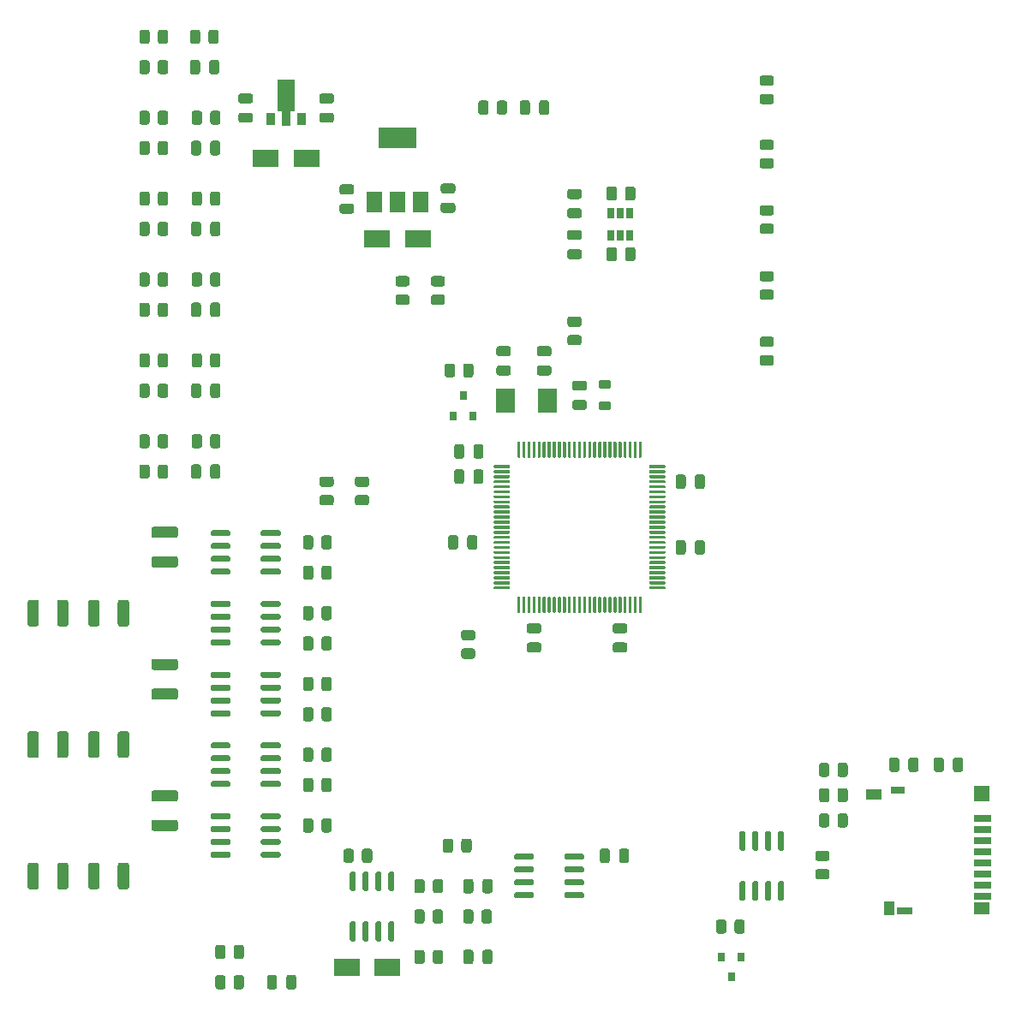
<source format=gbr>
%TF.GenerationSoftware,KiCad,Pcbnew,5.1.9-73d0e3b20d~88~ubuntu20.04.1*%
%TF.CreationDate,2021-04-20T13:41:42-04:00*%
%TF.ProjectId,control,636f6e74-726f-46c2-9e6b-696361645f70,rev?*%
%TF.SameCoordinates,Original*%
%TF.FileFunction,Paste,Top*%
%TF.FilePolarity,Positive*%
%FSLAX46Y46*%
G04 Gerber Fmt 4.6, Leading zero omitted, Abs format (unit mm)*
G04 Created by KiCad (PCBNEW 5.1.9-73d0e3b20d~88~ubuntu20.04.1) date 2021-04-20 13:41:42*
%MOMM*%
%LPD*%
G01*
G04 APERTURE LIST*
%ADD10R,1.550000X1.000000*%
%ADD11R,1.500000X1.500000*%
%ADD12R,1.750000X0.700000*%
%ADD13R,1.400000X0.800000*%
%ADD14R,1.000000X1.450000*%
%ADD15R,1.500000X0.800000*%
%ADD16R,1.500000X1.300000*%
%ADD17R,1.900000X2.400000*%
%ADD18R,1.500000X2.000000*%
%ADD19R,3.800000X2.000000*%
%ADD20C,0.100000*%
%ADD21R,0.900000X1.300000*%
%ADD22R,0.650000X1.060000*%
%ADD23R,0.800000X0.900000*%
%ADD24R,2.500000X1.800000*%
G04 APERTURE END LIST*
%TO.C,R2*%
G36*
G01*
X82687500Y-39049999D02*
X82687500Y-39950001D01*
G75*
G02*
X82437501Y-40200000I-249999J0D01*
G01*
X81912499Y-40200000D01*
G75*
G02*
X81662500Y-39950001I0J249999D01*
G01*
X81662500Y-39049999D01*
G75*
G02*
X81912499Y-38800000I249999J0D01*
G01*
X82437501Y-38800000D01*
G75*
G02*
X82687500Y-39049999I0J-249999D01*
G01*
G37*
G36*
G01*
X84512500Y-39049999D02*
X84512500Y-39950001D01*
G75*
G02*
X84262501Y-40200000I-249999J0D01*
G01*
X83737499Y-40200000D01*
G75*
G02*
X83487500Y-39950001I0J249999D01*
G01*
X83487500Y-39049999D01*
G75*
G02*
X83737499Y-38800000I249999J0D01*
G01*
X84262501Y-38800000D01*
G75*
G02*
X84512500Y-39049999I0J-249999D01*
G01*
G37*
%TD*%
%TO.C,C4*%
G36*
G01*
X78975000Y-40050000D02*
X78025000Y-40050000D01*
G75*
G02*
X77775000Y-39800000I0J250000D01*
G01*
X77775000Y-39300000D01*
G75*
G02*
X78025000Y-39050000I250000J0D01*
G01*
X78975000Y-39050000D01*
G75*
G02*
X79225000Y-39300000I0J-250000D01*
G01*
X79225000Y-39800000D01*
G75*
G02*
X78975000Y-40050000I-250000J0D01*
G01*
G37*
G36*
G01*
X78975000Y-41950000D02*
X78025000Y-41950000D01*
G75*
G02*
X77775000Y-41700000I0J250000D01*
G01*
X77775000Y-41200000D01*
G75*
G02*
X78025000Y-40950000I250000J0D01*
G01*
X78975000Y-40950000D01*
G75*
G02*
X79225000Y-41200000I0J-250000D01*
G01*
X79225000Y-41700000D01*
G75*
G02*
X78975000Y-41950000I-250000J0D01*
G01*
G37*
%TD*%
D10*
%TO.C,J33*%
X108050000Y-98925000D03*
D11*
X118725000Y-98875000D03*
D12*
X118850000Y-101325000D03*
X118850000Y-102425000D03*
X118850000Y-103525000D03*
X118850000Y-104625000D03*
X118850000Y-105725000D03*
X118850000Y-106825000D03*
X118850000Y-107925000D03*
D13*
X110475000Y-98525000D03*
D14*
X109625000Y-110150000D03*
D15*
X111125000Y-110475000D03*
D16*
X118725000Y-110225000D03*
D12*
X118850000Y-109025000D03*
%TD*%
D17*
%TO.C,Y1*%
X71700000Y-60000000D03*
X75800000Y-60000000D03*
%TD*%
%TO.C,U5*%
G36*
G01*
X44500000Y-97755000D02*
X44500000Y-98055000D01*
G75*
G02*
X44350000Y-98205000I-150000J0D01*
G01*
X42700000Y-98205000D01*
G75*
G02*
X42550000Y-98055000I0J150000D01*
G01*
X42550000Y-97755000D01*
G75*
G02*
X42700000Y-97605000I150000J0D01*
G01*
X44350000Y-97605000D01*
G75*
G02*
X44500000Y-97755000I0J-150000D01*
G01*
G37*
G36*
G01*
X44500000Y-96485000D02*
X44500000Y-96785000D01*
G75*
G02*
X44350000Y-96935000I-150000J0D01*
G01*
X42700000Y-96935000D01*
G75*
G02*
X42550000Y-96785000I0J150000D01*
G01*
X42550000Y-96485000D01*
G75*
G02*
X42700000Y-96335000I150000J0D01*
G01*
X44350000Y-96335000D01*
G75*
G02*
X44500000Y-96485000I0J-150000D01*
G01*
G37*
G36*
G01*
X44500000Y-95215000D02*
X44500000Y-95515000D01*
G75*
G02*
X44350000Y-95665000I-150000J0D01*
G01*
X42700000Y-95665000D01*
G75*
G02*
X42550000Y-95515000I0J150000D01*
G01*
X42550000Y-95215000D01*
G75*
G02*
X42700000Y-95065000I150000J0D01*
G01*
X44350000Y-95065000D01*
G75*
G02*
X44500000Y-95215000I0J-150000D01*
G01*
G37*
G36*
G01*
X44500000Y-93945000D02*
X44500000Y-94245000D01*
G75*
G02*
X44350000Y-94395000I-150000J0D01*
G01*
X42700000Y-94395000D01*
G75*
G02*
X42550000Y-94245000I0J150000D01*
G01*
X42550000Y-93945000D01*
G75*
G02*
X42700000Y-93795000I150000J0D01*
G01*
X44350000Y-93795000D01*
G75*
G02*
X44500000Y-93945000I0J-150000D01*
G01*
G37*
G36*
G01*
X49450000Y-93945000D02*
X49450000Y-94245000D01*
G75*
G02*
X49300000Y-94395000I-150000J0D01*
G01*
X47650000Y-94395000D01*
G75*
G02*
X47500000Y-94245000I0J150000D01*
G01*
X47500000Y-93945000D01*
G75*
G02*
X47650000Y-93795000I150000J0D01*
G01*
X49300000Y-93795000D01*
G75*
G02*
X49450000Y-93945000I0J-150000D01*
G01*
G37*
G36*
G01*
X49450000Y-95215000D02*
X49450000Y-95515000D01*
G75*
G02*
X49300000Y-95665000I-150000J0D01*
G01*
X47650000Y-95665000D01*
G75*
G02*
X47500000Y-95515000I0J150000D01*
G01*
X47500000Y-95215000D01*
G75*
G02*
X47650000Y-95065000I150000J0D01*
G01*
X49300000Y-95065000D01*
G75*
G02*
X49450000Y-95215000I0J-150000D01*
G01*
G37*
G36*
G01*
X49450000Y-96485000D02*
X49450000Y-96785000D01*
G75*
G02*
X49300000Y-96935000I-150000J0D01*
G01*
X47650000Y-96935000D01*
G75*
G02*
X47500000Y-96785000I0J150000D01*
G01*
X47500000Y-96485000D01*
G75*
G02*
X47650000Y-96335000I150000J0D01*
G01*
X49300000Y-96335000D01*
G75*
G02*
X49450000Y-96485000I0J-150000D01*
G01*
G37*
G36*
G01*
X49450000Y-97755000D02*
X49450000Y-98055000D01*
G75*
G02*
X49300000Y-98205000I-150000J0D01*
G01*
X47650000Y-98205000D01*
G75*
G02*
X47500000Y-98055000I0J150000D01*
G01*
X47500000Y-97755000D01*
G75*
G02*
X47650000Y-97605000I150000J0D01*
G01*
X49300000Y-97605000D01*
G75*
G02*
X49450000Y-97755000I0J-150000D01*
G01*
G37*
%TD*%
%TO.C,U4*%
G36*
G01*
X44500000Y-90755000D02*
X44500000Y-91055000D01*
G75*
G02*
X44350000Y-91205000I-150000J0D01*
G01*
X42700000Y-91205000D01*
G75*
G02*
X42550000Y-91055000I0J150000D01*
G01*
X42550000Y-90755000D01*
G75*
G02*
X42700000Y-90605000I150000J0D01*
G01*
X44350000Y-90605000D01*
G75*
G02*
X44500000Y-90755000I0J-150000D01*
G01*
G37*
G36*
G01*
X44500000Y-89485000D02*
X44500000Y-89785000D01*
G75*
G02*
X44350000Y-89935000I-150000J0D01*
G01*
X42700000Y-89935000D01*
G75*
G02*
X42550000Y-89785000I0J150000D01*
G01*
X42550000Y-89485000D01*
G75*
G02*
X42700000Y-89335000I150000J0D01*
G01*
X44350000Y-89335000D01*
G75*
G02*
X44500000Y-89485000I0J-150000D01*
G01*
G37*
G36*
G01*
X44500000Y-88215000D02*
X44500000Y-88515000D01*
G75*
G02*
X44350000Y-88665000I-150000J0D01*
G01*
X42700000Y-88665000D01*
G75*
G02*
X42550000Y-88515000I0J150000D01*
G01*
X42550000Y-88215000D01*
G75*
G02*
X42700000Y-88065000I150000J0D01*
G01*
X44350000Y-88065000D01*
G75*
G02*
X44500000Y-88215000I0J-150000D01*
G01*
G37*
G36*
G01*
X44500000Y-86945000D02*
X44500000Y-87245000D01*
G75*
G02*
X44350000Y-87395000I-150000J0D01*
G01*
X42700000Y-87395000D01*
G75*
G02*
X42550000Y-87245000I0J150000D01*
G01*
X42550000Y-86945000D01*
G75*
G02*
X42700000Y-86795000I150000J0D01*
G01*
X44350000Y-86795000D01*
G75*
G02*
X44500000Y-86945000I0J-150000D01*
G01*
G37*
G36*
G01*
X49450000Y-86945000D02*
X49450000Y-87245000D01*
G75*
G02*
X49300000Y-87395000I-150000J0D01*
G01*
X47650000Y-87395000D01*
G75*
G02*
X47500000Y-87245000I0J150000D01*
G01*
X47500000Y-86945000D01*
G75*
G02*
X47650000Y-86795000I150000J0D01*
G01*
X49300000Y-86795000D01*
G75*
G02*
X49450000Y-86945000I0J-150000D01*
G01*
G37*
G36*
G01*
X49450000Y-88215000D02*
X49450000Y-88515000D01*
G75*
G02*
X49300000Y-88665000I-150000J0D01*
G01*
X47650000Y-88665000D01*
G75*
G02*
X47500000Y-88515000I0J150000D01*
G01*
X47500000Y-88215000D01*
G75*
G02*
X47650000Y-88065000I150000J0D01*
G01*
X49300000Y-88065000D01*
G75*
G02*
X49450000Y-88215000I0J-150000D01*
G01*
G37*
G36*
G01*
X49450000Y-89485000D02*
X49450000Y-89785000D01*
G75*
G02*
X49300000Y-89935000I-150000J0D01*
G01*
X47650000Y-89935000D01*
G75*
G02*
X47500000Y-89785000I0J150000D01*
G01*
X47500000Y-89485000D01*
G75*
G02*
X47650000Y-89335000I150000J0D01*
G01*
X49300000Y-89335000D01*
G75*
G02*
X49450000Y-89485000I0J-150000D01*
G01*
G37*
G36*
G01*
X49450000Y-90755000D02*
X49450000Y-91055000D01*
G75*
G02*
X49300000Y-91205000I-150000J0D01*
G01*
X47650000Y-91205000D01*
G75*
G02*
X47500000Y-91055000I0J150000D01*
G01*
X47500000Y-90755000D01*
G75*
G02*
X47650000Y-90605000I150000J0D01*
G01*
X49300000Y-90605000D01*
G75*
G02*
X49450000Y-90755000I0J-150000D01*
G01*
G37*
%TD*%
%TO.C,U2*%
G36*
G01*
X44500000Y-76755000D02*
X44500000Y-77055000D01*
G75*
G02*
X44350000Y-77205000I-150000J0D01*
G01*
X42700000Y-77205000D01*
G75*
G02*
X42550000Y-77055000I0J150000D01*
G01*
X42550000Y-76755000D01*
G75*
G02*
X42700000Y-76605000I150000J0D01*
G01*
X44350000Y-76605000D01*
G75*
G02*
X44500000Y-76755000I0J-150000D01*
G01*
G37*
G36*
G01*
X44500000Y-75485000D02*
X44500000Y-75785000D01*
G75*
G02*
X44350000Y-75935000I-150000J0D01*
G01*
X42700000Y-75935000D01*
G75*
G02*
X42550000Y-75785000I0J150000D01*
G01*
X42550000Y-75485000D01*
G75*
G02*
X42700000Y-75335000I150000J0D01*
G01*
X44350000Y-75335000D01*
G75*
G02*
X44500000Y-75485000I0J-150000D01*
G01*
G37*
G36*
G01*
X44500000Y-74215000D02*
X44500000Y-74515000D01*
G75*
G02*
X44350000Y-74665000I-150000J0D01*
G01*
X42700000Y-74665000D01*
G75*
G02*
X42550000Y-74515000I0J150000D01*
G01*
X42550000Y-74215000D01*
G75*
G02*
X42700000Y-74065000I150000J0D01*
G01*
X44350000Y-74065000D01*
G75*
G02*
X44500000Y-74215000I0J-150000D01*
G01*
G37*
G36*
G01*
X44500000Y-72945000D02*
X44500000Y-73245000D01*
G75*
G02*
X44350000Y-73395000I-150000J0D01*
G01*
X42700000Y-73395000D01*
G75*
G02*
X42550000Y-73245000I0J150000D01*
G01*
X42550000Y-72945000D01*
G75*
G02*
X42700000Y-72795000I150000J0D01*
G01*
X44350000Y-72795000D01*
G75*
G02*
X44500000Y-72945000I0J-150000D01*
G01*
G37*
G36*
G01*
X49450000Y-72945000D02*
X49450000Y-73245000D01*
G75*
G02*
X49300000Y-73395000I-150000J0D01*
G01*
X47650000Y-73395000D01*
G75*
G02*
X47500000Y-73245000I0J150000D01*
G01*
X47500000Y-72945000D01*
G75*
G02*
X47650000Y-72795000I150000J0D01*
G01*
X49300000Y-72795000D01*
G75*
G02*
X49450000Y-72945000I0J-150000D01*
G01*
G37*
G36*
G01*
X49450000Y-74215000D02*
X49450000Y-74515000D01*
G75*
G02*
X49300000Y-74665000I-150000J0D01*
G01*
X47650000Y-74665000D01*
G75*
G02*
X47500000Y-74515000I0J150000D01*
G01*
X47500000Y-74215000D01*
G75*
G02*
X47650000Y-74065000I150000J0D01*
G01*
X49300000Y-74065000D01*
G75*
G02*
X49450000Y-74215000I0J-150000D01*
G01*
G37*
G36*
G01*
X49450000Y-75485000D02*
X49450000Y-75785000D01*
G75*
G02*
X49300000Y-75935000I-150000J0D01*
G01*
X47650000Y-75935000D01*
G75*
G02*
X47500000Y-75785000I0J150000D01*
G01*
X47500000Y-75485000D01*
G75*
G02*
X47650000Y-75335000I150000J0D01*
G01*
X49300000Y-75335000D01*
G75*
G02*
X49450000Y-75485000I0J-150000D01*
G01*
G37*
G36*
G01*
X49450000Y-76755000D02*
X49450000Y-77055000D01*
G75*
G02*
X49300000Y-77205000I-150000J0D01*
G01*
X47650000Y-77205000D01*
G75*
G02*
X47500000Y-77055000I0J150000D01*
G01*
X47500000Y-76755000D01*
G75*
G02*
X47650000Y-76605000I150000J0D01*
G01*
X49300000Y-76605000D01*
G75*
G02*
X49450000Y-76755000I0J-150000D01*
G01*
G37*
%TD*%
%TO.C,U3*%
G36*
G01*
X44500000Y-83755000D02*
X44500000Y-84055000D01*
G75*
G02*
X44350000Y-84205000I-150000J0D01*
G01*
X42700000Y-84205000D01*
G75*
G02*
X42550000Y-84055000I0J150000D01*
G01*
X42550000Y-83755000D01*
G75*
G02*
X42700000Y-83605000I150000J0D01*
G01*
X44350000Y-83605000D01*
G75*
G02*
X44500000Y-83755000I0J-150000D01*
G01*
G37*
G36*
G01*
X44500000Y-82485000D02*
X44500000Y-82785000D01*
G75*
G02*
X44350000Y-82935000I-150000J0D01*
G01*
X42700000Y-82935000D01*
G75*
G02*
X42550000Y-82785000I0J150000D01*
G01*
X42550000Y-82485000D01*
G75*
G02*
X42700000Y-82335000I150000J0D01*
G01*
X44350000Y-82335000D01*
G75*
G02*
X44500000Y-82485000I0J-150000D01*
G01*
G37*
G36*
G01*
X44500000Y-81215000D02*
X44500000Y-81515000D01*
G75*
G02*
X44350000Y-81665000I-150000J0D01*
G01*
X42700000Y-81665000D01*
G75*
G02*
X42550000Y-81515000I0J150000D01*
G01*
X42550000Y-81215000D01*
G75*
G02*
X42700000Y-81065000I150000J0D01*
G01*
X44350000Y-81065000D01*
G75*
G02*
X44500000Y-81215000I0J-150000D01*
G01*
G37*
G36*
G01*
X44500000Y-79945000D02*
X44500000Y-80245000D01*
G75*
G02*
X44350000Y-80395000I-150000J0D01*
G01*
X42700000Y-80395000D01*
G75*
G02*
X42550000Y-80245000I0J150000D01*
G01*
X42550000Y-79945000D01*
G75*
G02*
X42700000Y-79795000I150000J0D01*
G01*
X44350000Y-79795000D01*
G75*
G02*
X44500000Y-79945000I0J-150000D01*
G01*
G37*
G36*
G01*
X49450000Y-79945000D02*
X49450000Y-80245000D01*
G75*
G02*
X49300000Y-80395000I-150000J0D01*
G01*
X47650000Y-80395000D01*
G75*
G02*
X47500000Y-80245000I0J150000D01*
G01*
X47500000Y-79945000D01*
G75*
G02*
X47650000Y-79795000I150000J0D01*
G01*
X49300000Y-79795000D01*
G75*
G02*
X49450000Y-79945000I0J-150000D01*
G01*
G37*
G36*
G01*
X49450000Y-81215000D02*
X49450000Y-81515000D01*
G75*
G02*
X49300000Y-81665000I-150000J0D01*
G01*
X47650000Y-81665000D01*
G75*
G02*
X47500000Y-81515000I0J150000D01*
G01*
X47500000Y-81215000D01*
G75*
G02*
X47650000Y-81065000I150000J0D01*
G01*
X49300000Y-81065000D01*
G75*
G02*
X49450000Y-81215000I0J-150000D01*
G01*
G37*
G36*
G01*
X49450000Y-82485000D02*
X49450000Y-82785000D01*
G75*
G02*
X49300000Y-82935000I-150000J0D01*
G01*
X47650000Y-82935000D01*
G75*
G02*
X47500000Y-82785000I0J150000D01*
G01*
X47500000Y-82485000D01*
G75*
G02*
X47650000Y-82335000I150000J0D01*
G01*
X49300000Y-82335000D01*
G75*
G02*
X49450000Y-82485000I0J-150000D01*
G01*
G37*
G36*
G01*
X49450000Y-83755000D02*
X49450000Y-84055000D01*
G75*
G02*
X49300000Y-84205000I-150000J0D01*
G01*
X47650000Y-84205000D01*
G75*
G02*
X47500000Y-84055000I0J150000D01*
G01*
X47500000Y-83755000D01*
G75*
G02*
X47650000Y-83605000I150000J0D01*
G01*
X49300000Y-83605000D01*
G75*
G02*
X49450000Y-83755000I0J-150000D01*
G01*
G37*
%TD*%
%TO.C,U14*%
G36*
G01*
X85950000Y-66350000D02*
X87400000Y-66350000D01*
G75*
G02*
X87475000Y-66425000I0J-75000D01*
G01*
X87475000Y-66575000D01*
G75*
G02*
X87400000Y-66650000I-75000J0D01*
G01*
X85950000Y-66650000D01*
G75*
G02*
X85875000Y-66575000I0J75000D01*
G01*
X85875000Y-66425000D01*
G75*
G02*
X85950000Y-66350000I75000J0D01*
G01*
G37*
G36*
G01*
X85950000Y-66850000D02*
X87400000Y-66850000D01*
G75*
G02*
X87475000Y-66925000I0J-75000D01*
G01*
X87475000Y-67075000D01*
G75*
G02*
X87400000Y-67150000I-75000J0D01*
G01*
X85950000Y-67150000D01*
G75*
G02*
X85875000Y-67075000I0J75000D01*
G01*
X85875000Y-66925000D01*
G75*
G02*
X85950000Y-66850000I75000J0D01*
G01*
G37*
G36*
G01*
X85950000Y-67350000D02*
X87400000Y-67350000D01*
G75*
G02*
X87475000Y-67425000I0J-75000D01*
G01*
X87475000Y-67575000D01*
G75*
G02*
X87400000Y-67650000I-75000J0D01*
G01*
X85950000Y-67650000D01*
G75*
G02*
X85875000Y-67575000I0J75000D01*
G01*
X85875000Y-67425000D01*
G75*
G02*
X85950000Y-67350000I75000J0D01*
G01*
G37*
G36*
G01*
X85950000Y-67850000D02*
X87400000Y-67850000D01*
G75*
G02*
X87475000Y-67925000I0J-75000D01*
G01*
X87475000Y-68075000D01*
G75*
G02*
X87400000Y-68150000I-75000J0D01*
G01*
X85950000Y-68150000D01*
G75*
G02*
X85875000Y-68075000I0J75000D01*
G01*
X85875000Y-67925000D01*
G75*
G02*
X85950000Y-67850000I75000J0D01*
G01*
G37*
G36*
G01*
X85950000Y-68350000D02*
X87400000Y-68350000D01*
G75*
G02*
X87475000Y-68425000I0J-75000D01*
G01*
X87475000Y-68575000D01*
G75*
G02*
X87400000Y-68650000I-75000J0D01*
G01*
X85950000Y-68650000D01*
G75*
G02*
X85875000Y-68575000I0J75000D01*
G01*
X85875000Y-68425000D01*
G75*
G02*
X85950000Y-68350000I75000J0D01*
G01*
G37*
G36*
G01*
X85950000Y-68850000D02*
X87400000Y-68850000D01*
G75*
G02*
X87475000Y-68925000I0J-75000D01*
G01*
X87475000Y-69075000D01*
G75*
G02*
X87400000Y-69150000I-75000J0D01*
G01*
X85950000Y-69150000D01*
G75*
G02*
X85875000Y-69075000I0J75000D01*
G01*
X85875000Y-68925000D01*
G75*
G02*
X85950000Y-68850000I75000J0D01*
G01*
G37*
G36*
G01*
X85950000Y-69350000D02*
X87400000Y-69350000D01*
G75*
G02*
X87475000Y-69425000I0J-75000D01*
G01*
X87475000Y-69575000D01*
G75*
G02*
X87400000Y-69650000I-75000J0D01*
G01*
X85950000Y-69650000D01*
G75*
G02*
X85875000Y-69575000I0J75000D01*
G01*
X85875000Y-69425000D01*
G75*
G02*
X85950000Y-69350000I75000J0D01*
G01*
G37*
G36*
G01*
X85950000Y-69850000D02*
X87400000Y-69850000D01*
G75*
G02*
X87475000Y-69925000I0J-75000D01*
G01*
X87475000Y-70075000D01*
G75*
G02*
X87400000Y-70150000I-75000J0D01*
G01*
X85950000Y-70150000D01*
G75*
G02*
X85875000Y-70075000I0J75000D01*
G01*
X85875000Y-69925000D01*
G75*
G02*
X85950000Y-69850000I75000J0D01*
G01*
G37*
G36*
G01*
X85950000Y-70350000D02*
X87400000Y-70350000D01*
G75*
G02*
X87475000Y-70425000I0J-75000D01*
G01*
X87475000Y-70575000D01*
G75*
G02*
X87400000Y-70650000I-75000J0D01*
G01*
X85950000Y-70650000D01*
G75*
G02*
X85875000Y-70575000I0J75000D01*
G01*
X85875000Y-70425000D01*
G75*
G02*
X85950000Y-70350000I75000J0D01*
G01*
G37*
G36*
G01*
X85950000Y-70850000D02*
X87400000Y-70850000D01*
G75*
G02*
X87475000Y-70925000I0J-75000D01*
G01*
X87475000Y-71075000D01*
G75*
G02*
X87400000Y-71150000I-75000J0D01*
G01*
X85950000Y-71150000D01*
G75*
G02*
X85875000Y-71075000I0J75000D01*
G01*
X85875000Y-70925000D01*
G75*
G02*
X85950000Y-70850000I75000J0D01*
G01*
G37*
G36*
G01*
X85950000Y-71350000D02*
X87400000Y-71350000D01*
G75*
G02*
X87475000Y-71425000I0J-75000D01*
G01*
X87475000Y-71575000D01*
G75*
G02*
X87400000Y-71650000I-75000J0D01*
G01*
X85950000Y-71650000D01*
G75*
G02*
X85875000Y-71575000I0J75000D01*
G01*
X85875000Y-71425000D01*
G75*
G02*
X85950000Y-71350000I75000J0D01*
G01*
G37*
G36*
G01*
X85950000Y-71850000D02*
X87400000Y-71850000D01*
G75*
G02*
X87475000Y-71925000I0J-75000D01*
G01*
X87475000Y-72075000D01*
G75*
G02*
X87400000Y-72150000I-75000J0D01*
G01*
X85950000Y-72150000D01*
G75*
G02*
X85875000Y-72075000I0J75000D01*
G01*
X85875000Y-71925000D01*
G75*
G02*
X85950000Y-71850000I75000J0D01*
G01*
G37*
G36*
G01*
X85950000Y-72350000D02*
X87400000Y-72350000D01*
G75*
G02*
X87475000Y-72425000I0J-75000D01*
G01*
X87475000Y-72575000D01*
G75*
G02*
X87400000Y-72650000I-75000J0D01*
G01*
X85950000Y-72650000D01*
G75*
G02*
X85875000Y-72575000I0J75000D01*
G01*
X85875000Y-72425000D01*
G75*
G02*
X85950000Y-72350000I75000J0D01*
G01*
G37*
G36*
G01*
X85950000Y-72850000D02*
X87400000Y-72850000D01*
G75*
G02*
X87475000Y-72925000I0J-75000D01*
G01*
X87475000Y-73075000D01*
G75*
G02*
X87400000Y-73150000I-75000J0D01*
G01*
X85950000Y-73150000D01*
G75*
G02*
X85875000Y-73075000I0J75000D01*
G01*
X85875000Y-72925000D01*
G75*
G02*
X85950000Y-72850000I75000J0D01*
G01*
G37*
G36*
G01*
X85950000Y-73350000D02*
X87400000Y-73350000D01*
G75*
G02*
X87475000Y-73425000I0J-75000D01*
G01*
X87475000Y-73575000D01*
G75*
G02*
X87400000Y-73650000I-75000J0D01*
G01*
X85950000Y-73650000D01*
G75*
G02*
X85875000Y-73575000I0J75000D01*
G01*
X85875000Y-73425000D01*
G75*
G02*
X85950000Y-73350000I75000J0D01*
G01*
G37*
G36*
G01*
X85950000Y-73850000D02*
X87400000Y-73850000D01*
G75*
G02*
X87475000Y-73925000I0J-75000D01*
G01*
X87475000Y-74075000D01*
G75*
G02*
X87400000Y-74150000I-75000J0D01*
G01*
X85950000Y-74150000D01*
G75*
G02*
X85875000Y-74075000I0J75000D01*
G01*
X85875000Y-73925000D01*
G75*
G02*
X85950000Y-73850000I75000J0D01*
G01*
G37*
G36*
G01*
X85950000Y-74350000D02*
X87400000Y-74350000D01*
G75*
G02*
X87475000Y-74425000I0J-75000D01*
G01*
X87475000Y-74575000D01*
G75*
G02*
X87400000Y-74650000I-75000J0D01*
G01*
X85950000Y-74650000D01*
G75*
G02*
X85875000Y-74575000I0J75000D01*
G01*
X85875000Y-74425000D01*
G75*
G02*
X85950000Y-74350000I75000J0D01*
G01*
G37*
G36*
G01*
X85950000Y-74850000D02*
X87400000Y-74850000D01*
G75*
G02*
X87475000Y-74925000I0J-75000D01*
G01*
X87475000Y-75075000D01*
G75*
G02*
X87400000Y-75150000I-75000J0D01*
G01*
X85950000Y-75150000D01*
G75*
G02*
X85875000Y-75075000I0J75000D01*
G01*
X85875000Y-74925000D01*
G75*
G02*
X85950000Y-74850000I75000J0D01*
G01*
G37*
G36*
G01*
X85950000Y-75350000D02*
X87400000Y-75350000D01*
G75*
G02*
X87475000Y-75425000I0J-75000D01*
G01*
X87475000Y-75575000D01*
G75*
G02*
X87400000Y-75650000I-75000J0D01*
G01*
X85950000Y-75650000D01*
G75*
G02*
X85875000Y-75575000I0J75000D01*
G01*
X85875000Y-75425000D01*
G75*
G02*
X85950000Y-75350000I75000J0D01*
G01*
G37*
G36*
G01*
X85950000Y-75850000D02*
X87400000Y-75850000D01*
G75*
G02*
X87475000Y-75925000I0J-75000D01*
G01*
X87475000Y-76075000D01*
G75*
G02*
X87400000Y-76150000I-75000J0D01*
G01*
X85950000Y-76150000D01*
G75*
G02*
X85875000Y-76075000I0J75000D01*
G01*
X85875000Y-75925000D01*
G75*
G02*
X85950000Y-75850000I75000J0D01*
G01*
G37*
G36*
G01*
X85950000Y-76350000D02*
X87400000Y-76350000D01*
G75*
G02*
X87475000Y-76425000I0J-75000D01*
G01*
X87475000Y-76575000D01*
G75*
G02*
X87400000Y-76650000I-75000J0D01*
G01*
X85950000Y-76650000D01*
G75*
G02*
X85875000Y-76575000I0J75000D01*
G01*
X85875000Y-76425000D01*
G75*
G02*
X85950000Y-76350000I75000J0D01*
G01*
G37*
G36*
G01*
X85950000Y-76850000D02*
X87400000Y-76850000D01*
G75*
G02*
X87475000Y-76925000I0J-75000D01*
G01*
X87475000Y-77075000D01*
G75*
G02*
X87400000Y-77150000I-75000J0D01*
G01*
X85950000Y-77150000D01*
G75*
G02*
X85875000Y-77075000I0J75000D01*
G01*
X85875000Y-76925000D01*
G75*
G02*
X85950000Y-76850000I75000J0D01*
G01*
G37*
G36*
G01*
X85950000Y-77350000D02*
X87400000Y-77350000D01*
G75*
G02*
X87475000Y-77425000I0J-75000D01*
G01*
X87475000Y-77575000D01*
G75*
G02*
X87400000Y-77650000I-75000J0D01*
G01*
X85950000Y-77650000D01*
G75*
G02*
X85875000Y-77575000I0J75000D01*
G01*
X85875000Y-77425000D01*
G75*
G02*
X85950000Y-77350000I75000J0D01*
G01*
G37*
G36*
G01*
X85950000Y-77850000D02*
X87400000Y-77850000D01*
G75*
G02*
X87475000Y-77925000I0J-75000D01*
G01*
X87475000Y-78075000D01*
G75*
G02*
X87400000Y-78150000I-75000J0D01*
G01*
X85950000Y-78150000D01*
G75*
G02*
X85875000Y-78075000I0J75000D01*
G01*
X85875000Y-77925000D01*
G75*
G02*
X85950000Y-77850000I75000J0D01*
G01*
G37*
G36*
G01*
X85950000Y-78350000D02*
X87400000Y-78350000D01*
G75*
G02*
X87475000Y-78425000I0J-75000D01*
G01*
X87475000Y-78575000D01*
G75*
G02*
X87400000Y-78650000I-75000J0D01*
G01*
X85950000Y-78650000D01*
G75*
G02*
X85875000Y-78575000I0J75000D01*
G01*
X85875000Y-78425000D01*
G75*
G02*
X85950000Y-78350000I75000J0D01*
G01*
G37*
G36*
G01*
X84925000Y-79375000D02*
X85075000Y-79375000D01*
G75*
G02*
X85150000Y-79450000I0J-75000D01*
G01*
X85150000Y-80900000D01*
G75*
G02*
X85075000Y-80975000I-75000J0D01*
G01*
X84925000Y-80975000D01*
G75*
G02*
X84850000Y-80900000I0J75000D01*
G01*
X84850000Y-79450000D01*
G75*
G02*
X84925000Y-79375000I75000J0D01*
G01*
G37*
G36*
G01*
X84425000Y-79375000D02*
X84575000Y-79375000D01*
G75*
G02*
X84650000Y-79450000I0J-75000D01*
G01*
X84650000Y-80900000D01*
G75*
G02*
X84575000Y-80975000I-75000J0D01*
G01*
X84425000Y-80975000D01*
G75*
G02*
X84350000Y-80900000I0J75000D01*
G01*
X84350000Y-79450000D01*
G75*
G02*
X84425000Y-79375000I75000J0D01*
G01*
G37*
G36*
G01*
X83925000Y-79375000D02*
X84075000Y-79375000D01*
G75*
G02*
X84150000Y-79450000I0J-75000D01*
G01*
X84150000Y-80900000D01*
G75*
G02*
X84075000Y-80975000I-75000J0D01*
G01*
X83925000Y-80975000D01*
G75*
G02*
X83850000Y-80900000I0J75000D01*
G01*
X83850000Y-79450000D01*
G75*
G02*
X83925000Y-79375000I75000J0D01*
G01*
G37*
G36*
G01*
X83425000Y-79375000D02*
X83575000Y-79375000D01*
G75*
G02*
X83650000Y-79450000I0J-75000D01*
G01*
X83650000Y-80900000D01*
G75*
G02*
X83575000Y-80975000I-75000J0D01*
G01*
X83425000Y-80975000D01*
G75*
G02*
X83350000Y-80900000I0J75000D01*
G01*
X83350000Y-79450000D01*
G75*
G02*
X83425000Y-79375000I75000J0D01*
G01*
G37*
G36*
G01*
X82925000Y-79375000D02*
X83075000Y-79375000D01*
G75*
G02*
X83150000Y-79450000I0J-75000D01*
G01*
X83150000Y-80900000D01*
G75*
G02*
X83075000Y-80975000I-75000J0D01*
G01*
X82925000Y-80975000D01*
G75*
G02*
X82850000Y-80900000I0J75000D01*
G01*
X82850000Y-79450000D01*
G75*
G02*
X82925000Y-79375000I75000J0D01*
G01*
G37*
G36*
G01*
X82425000Y-79375000D02*
X82575000Y-79375000D01*
G75*
G02*
X82650000Y-79450000I0J-75000D01*
G01*
X82650000Y-80900000D01*
G75*
G02*
X82575000Y-80975000I-75000J0D01*
G01*
X82425000Y-80975000D01*
G75*
G02*
X82350000Y-80900000I0J75000D01*
G01*
X82350000Y-79450000D01*
G75*
G02*
X82425000Y-79375000I75000J0D01*
G01*
G37*
G36*
G01*
X81925000Y-79375000D02*
X82075000Y-79375000D01*
G75*
G02*
X82150000Y-79450000I0J-75000D01*
G01*
X82150000Y-80900000D01*
G75*
G02*
X82075000Y-80975000I-75000J0D01*
G01*
X81925000Y-80975000D01*
G75*
G02*
X81850000Y-80900000I0J75000D01*
G01*
X81850000Y-79450000D01*
G75*
G02*
X81925000Y-79375000I75000J0D01*
G01*
G37*
G36*
G01*
X81425000Y-79375000D02*
X81575000Y-79375000D01*
G75*
G02*
X81650000Y-79450000I0J-75000D01*
G01*
X81650000Y-80900000D01*
G75*
G02*
X81575000Y-80975000I-75000J0D01*
G01*
X81425000Y-80975000D01*
G75*
G02*
X81350000Y-80900000I0J75000D01*
G01*
X81350000Y-79450000D01*
G75*
G02*
X81425000Y-79375000I75000J0D01*
G01*
G37*
G36*
G01*
X80925000Y-79375000D02*
X81075000Y-79375000D01*
G75*
G02*
X81150000Y-79450000I0J-75000D01*
G01*
X81150000Y-80900000D01*
G75*
G02*
X81075000Y-80975000I-75000J0D01*
G01*
X80925000Y-80975000D01*
G75*
G02*
X80850000Y-80900000I0J75000D01*
G01*
X80850000Y-79450000D01*
G75*
G02*
X80925000Y-79375000I75000J0D01*
G01*
G37*
G36*
G01*
X80425000Y-79375000D02*
X80575000Y-79375000D01*
G75*
G02*
X80650000Y-79450000I0J-75000D01*
G01*
X80650000Y-80900000D01*
G75*
G02*
X80575000Y-80975000I-75000J0D01*
G01*
X80425000Y-80975000D01*
G75*
G02*
X80350000Y-80900000I0J75000D01*
G01*
X80350000Y-79450000D01*
G75*
G02*
X80425000Y-79375000I75000J0D01*
G01*
G37*
G36*
G01*
X79925000Y-79375000D02*
X80075000Y-79375000D01*
G75*
G02*
X80150000Y-79450000I0J-75000D01*
G01*
X80150000Y-80900000D01*
G75*
G02*
X80075000Y-80975000I-75000J0D01*
G01*
X79925000Y-80975000D01*
G75*
G02*
X79850000Y-80900000I0J75000D01*
G01*
X79850000Y-79450000D01*
G75*
G02*
X79925000Y-79375000I75000J0D01*
G01*
G37*
G36*
G01*
X79425000Y-79375000D02*
X79575000Y-79375000D01*
G75*
G02*
X79650000Y-79450000I0J-75000D01*
G01*
X79650000Y-80900000D01*
G75*
G02*
X79575000Y-80975000I-75000J0D01*
G01*
X79425000Y-80975000D01*
G75*
G02*
X79350000Y-80900000I0J75000D01*
G01*
X79350000Y-79450000D01*
G75*
G02*
X79425000Y-79375000I75000J0D01*
G01*
G37*
G36*
G01*
X78925000Y-79375000D02*
X79075000Y-79375000D01*
G75*
G02*
X79150000Y-79450000I0J-75000D01*
G01*
X79150000Y-80900000D01*
G75*
G02*
X79075000Y-80975000I-75000J0D01*
G01*
X78925000Y-80975000D01*
G75*
G02*
X78850000Y-80900000I0J75000D01*
G01*
X78850000Y-79450000D01*
G75*
G02*
X78925000Y-79375000I75000J0D01*
G01*
G37*
G36*
G01*
X78425000Y-79375000D02*
X78575000Y-79375000D01*
G75*
G02*
X78650000Y-79450000I0J-75000D01*
G01*
X78650000Y-80900000D01*
G75*
G02*
X78575000Y-80975000I-75000J0D01*
G01*
X78425000Y-80975000D01*
G75*
G02*
X78350000Y-80900000I0J75000D01*
G01*
X78350000Y-79450000D01*
G75*
G02*
X78425000Y-79375000I75000J0D01*
G01*
G37*
G36*
G01*
X77925000Y-79375000D02*
X78075000Y-79375000D01*
G75*
G02*
X78150000Y-79450000I0J-75000D01*
G01*
X78150000Y-80900000D01*
G75*
G02*
X78075000Y-80975000I-75000J0D01*
G01*
X77925000Y-80975000D01*
G75*
G02*
X77850000Y-80900000I0J75000D01*
G01*
X77850000Y-79450000D01*
G75*
G02*
X77925000Y-79375000I75000J0D01*
G01*
G37*
G36*
G01*
X77425000Y-79375000D02*
X77575000Y-79375000D01*
G75*
G02*
X77650000Y-79450000I0J-75000D01*
G01*
X77650000Y-80900000D01*
G75*
G02*
X77575000Y-80975000I-75000J0D01*
G01*
X77425000Y-80975000D01*
G75*
G02*
X77350000Y-80900000I0J75000D01*
G01*
X77350000Y-79450000D01*
G75*
G02*
X77425000Y-79375000I75000J0D01*
G01*
G37*
G36*
G01*
X76925000Y-79375000D02*
X77075000Y-79375000D01*
G75*
G02*
X77150000Y-79450000I0J-75000D01*
G01*
X77150000Y-80900000D01*
G75*
G02*
X77075000Y-80975000I-75000J0D01*
G01*
X76925000Y-80975000D01*
G75*
G02*
X76850000Y-80900000I0J75000D01*
G01*
X76850000Y-79450000D01*
G75*
G02*
X76925000Y-79375000I75000J0D01*
G01*
G37*
G36*
G01*
X76425000Y-79375000D02*
X76575000Y-79375000D01*
G75*
G02*
X76650000Y-79450000I0J-75000D01*
G01*
X76650000Y-80900000D01*
G75*
G02*
X76575000Y-80975000I-75000J0D01*
G01*
X76425000Y-80975000D01*
G75*
G02*
X76350000Y-80900000I0J75000D01*
G01*
X76350000Y-79450000D01*
G75*
G02*
X76425000Y-79375000I75000J0D01*
G01*
G37*
G36*
G01*
X75925000Y-79375000D02*
X76075000Y-79375000D01*
G75*
G02*
X76150000Y-79450000I0J-75000D01*
G01*
X76150000Y-80900000D01*
G75*
G02*
X76075000Y-80975000I-75000J0D01*
G01*
X75925000Y-80975000D01*
G75*
G02*
X75850000Y-80900000I0J75000D01*
G01*
X75850000Y-79450000D01*
G75*
G02*
X75925000Y-79375000I75000J0D01*
G01*
G37*
G36*
G01*
X75425000Y-79375000D02*
X75575000Y-79375000D01*
G75*
G02*
X75650000Y-79450000I0J-75000D01*
G01*
X75650000Y-80900000D01*
G75*
G02*
X75575000Y-80975000I-75000J0D01*
G01*
X75425000Y-80975000D01*
G75*
G02*
X75350000Y-80900000I0J75000D01*
G01*
X75350000Y-79450000D01*
G75*
G02*
X75425000Y-79375000I75000J0D01*
G01*
G37*
G36*
G01*
X74925000Y-79375000D02*
X75075000Y-79375000D01*
G75*
G02*
X75150000Y-79450000I0J-75000D01*
G01*
X75150000Y-80900000D01*
G75*
G02*
X75075000Y-80975000I-75000J0D01*
G01*
X74925000Y-80975000D01*
G75*
G02*
X74850000Y-80900000I0J75000D01*
G01*
X74850000Y-79450000D01*
G75*
G02*
X74925000Y-79375000I75000J0D01*
G01*
G37*
G36*
G01*
X74425000Y-79375000D02*
X74575000Y-79375000D01*
G75*
G02*
X74650000Y-79450000I0J-75000D01*
G01*
X74650000Y-80900000D01*
G75*
G02*
X74575000Y-80975000I-75000J0D01*
G01*
X74425000Y-80975000D01*
G75*
G02*
X74350000Y-80900000I0J75000D01*
G01*
X74350000Y-79450000D01*
G75*
G02*
X74425000Y-79375000I75000J0D01*
G01*
G37*
G36*
G01*
X73925000Y-79375000D02*
X74075000Y-79375000D01*
G75*
G02*
X74150000Y-79450000I0J-75000D01*
G01*
X74150000Y-80900000D01*
G75*
G02*
X74075000Y-80975000I-75000J0D01*
G01*
X73925000Y-80975000D01*
G75*
G02*
X73850000Y-80900000I0J75000D01*
G01*
X73850000Y-79450000D01*
G75*
G02*
X73925000Y-79375000I75000J0D01*
G01*
G37*
G36*
G01*
X73425000Y-79375000D02*
X73575000Y-79375000D01*
G75*
G02*
X73650000Y-79450000I0J-75000D01*
G01*
X73650000Y-80900000D01*
G75*
G02*
X73575000Y-80975000I-75000J0D01*
G01*
X73425000Y-80975000D01*
G75*
G02*
X73350000Y-80900000I0J75000D01*
G01*
X73350000Y-79450000D01*
G75*
G02*
X73425000Y-79375000I75000J0D01*
G01*
G37*
G36*
G01*
X72925000Y-79375000D02*
X73075000Y-79375000D01*
G75*
G02*
X73150000Y-79450000I0J-75000D01*
G01*
X73150000Y-80900000D01*
G75*
G02*
X73075000Y-80975000I-75000J0D01*
G01*
X72925000Y-80975000D01*
G75*
G02*
X72850000Y-80900000I0J75000D01*
G01*
X72850000Y-79450000D01*
G75*
G02*
X72925000Y-79375000I75000J0D01*
G01*
G37*
G36*
G01*
X70600000Y-78350000D02*
X72050000Y-78350000D01*
G75*
G02*
X72125000Y-78425000I0J-75000D01*
G01*
X72125000Y-78575000D01*
G75*
G02*
X72050000Y-78650000I-75000J0D01*
G01*
X70600000Y-78650000D01*
G75*
G02*
X70525000Y-78575000I0J75000D01*
G01*
X70525000Y-78425000D01*
G75*
G02*
X70600000Y-78350000I75000J0D01*
G01*
G37*
G36*
G01*
X70600000Y-77850000D02*
X72050000Y-77850000D01*
G75*
G02*
X72125000Y-77925000I0J-75000D01*
G01*
X72125000Y-78075000D01*
G75*
G02*
X72050000Y-78150000I-75000J0D01*
G01*
X70600000Y-78150000D01*
G75*
G02*
X70525000Y-78075000I0J75000D01*
G01*
X70525000Y-77925000D01*
G75*
G02*
X70600000Y-77850000I75000J0D01*
G01*
G37*
G36*
G01*
X70600000Y-77350000D02*
X72050000Y-77350000D01*
G75*
G02*
X72125000Y-77425000I0J-75000D01*
G01*
X72125000Y-77575000D01*
G75*
G02*
X72050000Y-77650000I-75000J0D01*
G01*
X70600000Y-77650000D01*
G75*
G02*
X70525000Y-77575000I0J75000D01*
G01*
X70525000Y-77425000D01*
G75*
G02*
X70600000Y-77350000I75000J0D01*
G01*
G37*
G36*
G01*
X70600000Y-76850000D02*
X72050000Y-76850000D01*
G75*
G02*
X72125000Y-76925000I0J-75000D01*
G01*
X72125000Y-77075000D01*
G75*
G02*
X72050000Y-77150000I-75000J0D01*
G01*
X70600000Y-77150000D01*
G75*
G02*
X70525000Y-77075000I0J75000D01*
G01*
X70525000Y-76925000D01*
G75*
G02*
X70600000Y-76850000I75000J0D01*
G01*
G37*
G36*
G01*
X70600000Y-76350000D02*
X72050000Y-76350000D01*
G75*
G02*
X72125000Y-76425000I0J-75000D01*
G01*
X72125000Y-76575000D01*
G75*
G02*
X72050000Y-76650000I-75000J0D01*
G01*
X70600000Y-76650000D01*
G75*
G02*
X70525000Y-76575000I0J75000D01*
G01*
X70525000Y-76425000D01*
G75*
G02*
X70600000Y-76350000I75000J0D01*
G01*
G37*
G36*
G01*
X70600000Y-75850000D02*
X72050000Y-75850000D01*
G75*
G02*
X72125000Y-75925000I0J-75000D01*
G01*
X72125000Y-76075000D01*
G75*
G02*
X72050000Y-76150000I-75000J0D01*
G01*
X70600000Y-76150000D01*
G75*
G02*
X70525000Y-76075000I0J75000D01*
G01*
X70525000Y-75925000D01*
G75*
G02*
X70600000Y-75850000I75000J0D01*
G01*
G37*
G36*
G01*
X70600000Y-75350000D02*
X72050000Y-75350000D01*
G75*
G02*
X72125000Y-75425000I0J-75000D01*
G01*
X72125000Y-75575000D01*
G75*
G02*
X72050000Y-75650000I-75000J0D01*
G01*
X70600000Y-75650000D01*
G75*
G02*
X70525000Y-75575000I0J75000D01*
G01*
X70525000Y-75425000D01*
G75*
G02*
X70600000Y-75350000I75000J0D01*
G01*
G37*
G36*
G01*
X70600000Y-74850000D02*
X72050000Y-74850000D01*
G75*
G02*
X72125000Y-74925000I0J-75000D01*
G01*
X72125000Y-75075000D01*
G75*
G02*
X72050000Y-75150000I-75000J0D01*
G01*
X70600000Y-75150000D01*
G75*
G02*
X70525000Y-75075000I0J75000D01*
G01*
X70525000Y-74925000D01*
G75*
G02*
X70600000Y-74850000I75000J0D01*
G01*
G37*
G36*
G01*
X70600000Y-74350000D02*
X72050000Y-74350000D01*
G75*
G02*
X72125000Y-74425000I0J-75000D01*
G01*
X72125000Y-74575000D01*
G75*
G02*
X72050000Y-74650000I-75000J0D01*
G01*
X70600000Y-74650000D01*
G75*
G02*
X70525000Y-74575000I0J75000D01*
G01*
X70525000Y-74425000D01*
G75*
G02*
X70600000Y-74350000I75000J0D01*
G01*
G37*
G36*
G01*
X70600000Y-73850000D02*
X72050000Y-73850000D01*
G75*
G02*
X72125000Y-73925000I0J-75000D01*
G01*
X72125000Y-74075000D01*
G75*
G02*
X72050000Y-74150000I-75000J0D01*
G01*
X70600000Y-74150000D01*
G75*
G02*
X70525000Y-74075000I0J75000D01*
G01*
X70525000Y-73925000D01*
G75*
G02*
X70600000Y-73850000I75000J0D01*
G01*
G37*
G36*
G01*
X70600000Y-73350000D02*
X72050000Y-73350000D01*
G75*
G02*
X72125000Y-73425000I0J-75000D01*
G01*
X72125000Y-73575000D01*
G75*
G02*
X72050000Y-73650000I-75000J0D01*
G01*
X70600000Y-73650000D01*
G75*
G02*
X70525000Y-73575000I0J75000D01*
G01*
X70525000Y-73425000D01*
G75*
G02*
X70600000Y-73350000I75000J0D01*
G01*
G37*
G36*
G01*
X70600000Y-72850000D02*
X72050000Y-72850000D01*
G75*
G02*
X72125000Y-72925000I0J-75000D01*
G01*
X72125000Y-73075000D01*
G75*
G02*
X72050000Y-73150000I-75000J0D01*
G01*
X70600000Y-73150000D01*
G75*
G02*
X70525000Y-73075000I0J75000D01*
G01*
X70525000Y-72925000D01*
G75*
G02*
X70600000Y-72850000I75000J0D01*
G01*
G37*
G36*
G01*
X70600000Y-72350000D02*
X72050000Y-72350000D01*
G75*
G02*
X72125000Y-72425000I0J-75000D01*
G01*
X72125000Y-72575000D01*
G75*
G02*
X72050000Y-72650000I-75000J0D01*
G01*
X70600000Y-72650000D01*
G75*
G02*
X70525000Y-72575000I0J75000D01*
G01*
X70525000Y-72425000D01*
G75*
G02*
X70600000Y-72350000I75000J0D01*
G01*
G37*
G36*
G01*
X70600000Y-71850000D02*
X72050000Y-71850000D01*
G75*
G02*
X72125000Y-71925000I0J-75000D01*
G01*
X72125000Y-72075000D01*
G75*
G02*
X72050000Y-72150000I-75000J0D01*
G01*
X70600000Y-72150000D01*
G75*
G02*
X70525000Y-72075000I0J75000D01*
G01*
X70525000Y-71925000D01*
G75*
G02*
X70600000Y-71850000I75000J0D01*
G01*
G37*
G36*
G01*
X70600000Y-71350000D02*
X72050000Y-71350000D01*
G75*
G02*
X72125000Y-71425000I0J-75000D01*
G01*
X72125000Y-71575000D01*
G75*
G02*
X72050000Y-71650000I-75000J0D01*
G01*
X70600000Y-71650000D01*
G75*
G02*
X70525000Y-71575000I0J75000D01*
G01*
X70525000Y-71425000D01*
G75*
G02*
X70600000Y-71350000I75000J0D01*
G01*
G37*
G36*
G01*
X70600000Y-70850000D02*
X72050000Y-70850000D01*
G75*
G02*
X72125000Y-70925000I0J-75000D01*
G01*
X72125000Y-71075000D01*
G75*
G02*
X72050000Y-71150000I-75000J0D01*
G01*
X70600000Y-71150000D01*
G75*
G02*
X70525000Y-71075000I0J75000D01*
G01*
X70525000Y-70925000D01*
G75*
G02*
X70600000Y-70850000I75000J0D01*
G01*
G37*
G36*
G01*
X70600000Y-70350000D02*
X72050000Y-70350000D01*
G75*
G02*
X72125000Y-70425000I0J-75000D01*
G01*
X72125000Y-70575000D01*
G75*
G02*
X72050000Y-70650000I-75000J0D01*
G01*
X70600000Y-70650000D01*
G75*
G02*
X70525000Y-70575000I0J75000D01*
G01*
X70525000Y-70425000D01*
G75*
G02*
X70600000Y-70350000I75000J0D01*
G01*
G37*
G36*
G01*
X70600000Y-69850000D02*
X72050000Y-69850000D01*
G75*
G02*
X72125000Y-69925000I0J-75000D01*
G01*
X72125000Y-70075000D01*
G75*
G02*
X72050000Y-70150000I-75000J0D01*
G01*
X70600000Y-70150000D01*
G75*
G02*
X70525000Y-70075000I0J75000D01*
G01*
X70525000Y-69925000D01*
G75*
G02*
X70600000Y-69850000I75000J0D01*
G01*
G37*
G36*
G01*
X70600000Y-69350000D02*
X72050000Y-69350000D01*
G75*
G02*
X72125000Y-69425000I0J-75000D01*
G01*
X72125000Y-69575000D01*
G75*
G02*
X72050000Y-69650000I-75000J0D01*
G01*
X70600000Y-69650000D01*
G75*
G02*
X70525000Y-69575000I0J75000D01*
G01*
X70525000Y-69425000D01*
G75*
G02*
X70600000Y-69350000I75000J0D01*
G01*
G37*
G36*
G01*
X70600000Y-68850000D02*
X72050000Y-68850000D01*
G75*
G02*
X72125000Y-68925000I0J-75000D01*
G01*
X72125000Y-69075000D01*
G75*
G02*
X72050000Y-69150000I-75000J0D01*
G01*
X70600000Y-69150000D01*
G75*
G02*
X70525000Y-69075000I0J75000D01*
G01*
X70525000Y-68925000D01*
G75*
G02*
X70600000Y-68850000I75000J0D01*
G01*
G37*
G36*
G01*
X70597500Y-68355000D02*
X72052500Y-68355000D01*
G75*
G02*
X72125000Y-68427500I0J-72500D01*
G01*
X72125000Y-68572500D01*
G75*
G02*
X72052500Y-68645000I-72500J0D01*
G01*
X70597500Y-68645000D01*
G75*
G02*
X70525000Y-68572500I0J72500D01*
G01*
X70525000Y-68427500D01*
G75*
G02*
X70597500Y-68355000I72500J0D01*
G01*
G37*
G36*
G01*
X70597500Y-67855000D02*
X72052500Y-67855000D01*
G75*
G02*
X72125000Y-67927500I0J-72500D01*
G01*
X72125000Y-68072500D01*
G75*
G02*
X72052500Y-68145000I-72500J0D01*
G01*
X70597500Y-68145000D01*
G75*
G02*
X70525000Y-68072500I0J72500D01*
G01*
X70525000Y-67927500D01*
G75*
G02*
X70597500Y-67855000I72500J0D01*
G01*
G37*
G36*
G01*
X70597500Y-67355000D02*
X72052500Y-67355000D01*
G75*
G02*
X72125000Y-67427500I0J-72500D01*
G01*
X72125000Y-67572500D01*
G75*
G02*
X72052500Y-67645000I-72500J0D01*
G01*
X70597500Y-67645000D01*
G75*
G02*
X70525000Y-67572500I0J72500D01*
G01*
X70525000Y-67427500D01*
G75*
G02*
X70597500Y-67355000I72500J0D01*
G01*
G37*
G36*
G01*
X70600000Y-66850000D02*
X72050000Y-66850000D01*
G75*
G02*
X72125000Y-66925000I0J-75000D01*
G01*
X72125000Y-67075000D01*
G75*
G02*
X72050000Y-67150000I-75000J0D01*
G01*
X70600000Y-67150000D01*
G75*
G02*
X70525000Y-67075000I0J75000D01*
G01*
X70525000Y-66925000D01*
G75*
G02*
X70600000Y-66850000I75000J0D01*
G01*
G37*
G36*
G01*
X70600000Y-66350000D02*
X72050000Y-66350000D01*
G75*
G02*
X72125000Y-66425000I0J-75000D01*
G01*
X72125000Y-66575000D01*
G75*
G02*
X72050000Y-66650000I-75000J0D01*
G01*
X70600000Y-66650000D01*
G75*
G02*
X70525000Y-66575000I0J75000D01*
G01*
X70525000Y-66425000D01*
G75*
G02*
X70600000Y-66350000I75000J0D01*
G01*
G37*
G36*
G01*
X72925000Y-64025000D02*
X73075000Y-64025000D01*
G75*
G02*
X73150000Y-64100000I0J-75000D01*
G01*
X73150000Y-65550000D01*
G75*
G02*
X73075000Y-65625000I-75000J0D01*
G01*
X72925000Y-65625000D01*
G75*
G02*
X72850000Y-65550000I0J75000D01*
G01*
X72850000Y-64100000D01*
G75*
G02*
X72925000Y-64025000I75000J0D01*
G01*
G37*
G36*
G01*
X73425000Y-64025000D02*
X73575000Y-64025000D01*
G75*
G02*
X73650000Y-64100000I0J-75000D01*
G01*
X73650000Y-65550000D01*
G75*
G02*
X73575000Y-65625000I-75000J0D01*
G01*
X73425000Y-65625000D01*
G75*
G02*
X73350000Y-65550000I0J75000D01*
G01*
X73350000Y-64100000D01*
G75*
G02*
X73425000Y-64025000I75000J0D01*
G01*
G37*
G36*
G01*
X73925000Y-64025000D02*
X74075000Y-64025000D01*
G75*
G02*
X74150000Y-64100000I0J-75000D01*
G01*
X74150000Y-65550000D01*
G75*
G02*
X74075000Y-65625000I-75000J0D01*
G01*
X73925000Y-65625000D01*
G75*
G02*
X73850000Y-65550000I0J75000D01*
G01*
X73850000Y-64100000D01*
G75*
G02*
X73925000Y-64025000I75000J0D01*
G01*
G37*
G36*
G01*
X74425000Y-64025000D02*
X74575000Y-64025000D01*
G75*
G02*
X74650000Y-64100000I0J-75000D01*
G01*
X74650000Y-65550000D01*
G75*
G02*
X74575000Y-65625000I-75000J0D01*
G01*
X74425000Y-65625000D01*
G75*
G02*
X74350000Y-65550000I0J75000D01*
G01*
X74350000Y-64100000D01*
G75*
G02*
X74425000Y-64025000I75000J0D01*
G01*
G37*
G36*
G01*
X74925000Y-64025000D02*
X75075000Y-64025000D01*
G75*
G02*
X75150000Y-64100000I0J-75000D01*
G01*
X75150000Y-65550000D01*
G75*
G02*
X75075000Y-65625000I-75000J0D01*
G01*
X74925000Y-65625000D01*
G75*
G02*
X74850000Y-65550000I0J75000D01*
G01*
X74850000Y-64100000D01*
G75*
G02*
X74925000Y-64025000I75000J0D01*
G01*
G37*
G36*
G01*
X75425000Y-64025000D02*
X75575000Y-64025000D01*
G75*
G02*
X75650000Y-64100000I0J-75000D01*
G01*
X75650000Y-65550000D01*
G75*
G02*
X75575000Y-65625000I-75000J0D01*
G01*
X75425000Y-65625000D01*
G75*
G02*
X75350000Y-65550000I0J75000D01*
G01*
X75350000Y-64100000D01*
G75*
G02*
X75425000Y-64025000I75000J0D01*
G01*
G37*
G36*
G01*
X75925000Y-64025000D02*
X76075000Y-64025000D01*
G75*
G02*
X76150000Y-64100000I0J-75000D01*
G01*
X76150000Y-65550000D01*
G75*
G02*
X76075000Y-65625000I-75000J0D01*
G01*
X75925000Y-65625000D01*
G75*
G02*
X75850000Y-65550000I0J75000D01*
G01*
X75850000Y-64100000D01*
G75*
G02*
X75925000Y-64025000I75000J0D01*
G01*
G37*
G36*
G01*
X76425000Y-64025000D02*
X76575000Y-64025000D01*
G75*
G02*
X76650000Y-64100000I0J-75000D01*
G01*
X76650000Y-65550000D01*
G75*
G02*
X76575000Y-65625000I-75000J0D01*
G01*
X76425000Y-65625000D01*
G75*
G02*
X76350000Y-65550000I0J75000D01*
G01*
X76350000Y-64100000D01*
G75*
G02*
X76425000Y-64025000I75000J0D01*
G01*
G37*
G36*
G01*
X76925000Y-64025000D02*
X77075000Y-64025000D01*
G75*
G02*
X77150000Y-64100000I0J-75000D01*
G01*
X77150000Y-65550000D01*
G75*
G02*
X77075000Y-65625000I-75000J0D01*
G01*
X76925000Y-65625000D01*
G75*
G02*
X76850000Y-65550000I0J75000D01*
G01*
X76850000Y-64100000D01*
G75*
G02*
X76925000Y-64025000I75000J0D01*
G01*
G37*
G36*
G01*
X77425000Y-64025000D02*
X77575000Y-64025000D01*
G75*
G02*
X77650000Y-64100000I0J-75000D01*
G01*
X77650000Y-65550000D01*
G75*
G02*
X77575000Y-65625000I-75000J0D01*
G01*
X77425000Y-65625000D01*
G75*
G02*
X77350000Y-65550000I0J75000D01*
G01*
X77350000Y-64100000D01*
G75*
G02*
X77425000Y-64025000I75000J0D01*
G01*
G37*
G36*
G01*
X77925000Y-64025000D02*
X78075000Y-64025000D01*
G75*
G02*
X78150000Y-64100000I0J-75000D01*
G01*
X78150000Y-65550000D01*
G75*
G02*
X78075000Y-65625000I-75000J0D01*
G01*
X77925000Y-65625000D01*
G75*
G02*
X77850000Y-65550000I0J75000D01*
G01*
X77850000Y-64100000D01*
G75*
G02*
X77925000Y-64025000I75000J0D01*
G01*
G37*
G36*
G01*
X78425000Y-64025000D02*
X78575000Y-64025000D01*
G75*
G02*
X78650000Y-64100000I0J-75000D01*
G01*
X78650000Y-65550000D01*
G75*
G02*
X78575000Y-65625000I-75000J0D01*
G01*
X78425000Y-65625000D01*
G75*
G02*
X78350000Y-65550000I0J75000D01*
G01*
X78350000Y-64100000D01*
G75*
G02*
X78425000Y-64025000I75000J0D01*
G01*
G37*
G36*
G01*
X78925000Y-64025000D02*
X79075000Y-64025000D01*
G75*
G02*
X79150000Y-64100000I0J-75000D01*
G01*
X79150000Y-65550000D01*
G75*
G02*
X79075000Y-65625000I-75000J0D01*
G01*
X78925000Y-65625000D01*
G75*
G02*
X78850000Y-65550000I0J75000D01*
G01*
X78850000Y-64100000D01*
G75*
G02*
X78925000Y-64025000I75000J0D01*
G01*
G37*
G36*
G01*
X79425000Y-64025000D02*
X79575000Y-64025000D01*
G75*
G02*
X79650000Y-64100000I0J-75000D01*
G01*
X79650000Y-65550000D01*
G75*
G02*
X79575000Y-65625000I-75000J0D01*
G01*
X79425000Y-65625000D01*
G75*
G02*
X79350000Y-65550000I0J75000D01*
G01*
X79350000Y-64100000D01*
G75*
G02*
X79425000Y-64025000I75000J0D01*
G01*
G37*
G36*
G01*
X79925000Y-64025000D02*
X80075000Y-64025000D01*
G75*
G02*
X80150000Y-64100000I0J-75000D01*
G01*
X80150000Y-65550000D01*
G75*
G02*
X80075000Y-65625000I-75000J0D01*
G01*
X79925000Y-65625000D01*
G75*
G02*
X79850000Y-65550000I0J75000D01*
G01*
X79850000Y-64100000D01*
G75*
G02*
X79925000Y-64025000I75000J0D01*
G01*
G37*
G36*
G01*
X80425000Y-64025000D02*
X80575000Y-64025000D01*
G75*
G02*
X80650000Y-64100000I0J-75000D01*
G01*
X80650000Y-65550000D01*
G75*
G02*
X80575000Y-65625000I-75000J0D01*
G01*
X80425000Y-65625000D01*
G75*
G02*
X80350000Y-65550000I0J75000D01*
G01*
X80350000Y-64100000D01*
G75*
G02*
X80425000Y-64025000I75000J0D01*
G01*
G37*
G36*
G01*
X80925000Y-64025000D02*
X81075000Y-64025000D01*
G75*
G02*
X81150000Y-64100000I0J-75000D01*
G01*
X81150000Y-65550000D01*
G75*
G02*
X81075000Y-65625000I-75000J0D01*
G01*
X80925000Y-65625000D01*
G75*
G02*
X80850000Y-65550000I0J75000D01*
G01*
X80850000Y-64100000D01*
G75*
G02*
X80925000Y-64025000I75000J0D01*
G01*
G37*
G36*
G01*
X81425000Y-64025000D02*
X81575000Y-64025000D01*
G75*
G02*
X81650000Y-64100000I0J-75000D01*
G01*
X81650000Y-65550000D01*
G75*
G02*
X81575000Y-65625000I-75000J0D01*
G01*
X81425000Y-65625000D01*
G75*
G02*
X81350000Y-65550000I0J75000D01*
G01*
X81350000Y-64100000D01*
G75*
G02*
X81425000Y-64025000I75000J0D01*
G01*
G37*
G36*
G01*
X81925000Y-64025000D02*
X82075000Y-64025000D01*
G75*
G02*
X82150000Y-64100000I0J-75000D01*
G01*
X82150000Y-65550000D01*
G75*
G02*
X82075000Y-65625000I-75000J0D01*
G01*
X81925000Y-65625000D01*
G75*
G02*
X81850000Y-65550000I0J75000D01*
G01*
X81850000Y-64100000D01*
G75*
G02*
X81925000Y-64025000I75000J0D01*
G01*
G37*
G36*
G01*
X82425000Y-64025000D02*
X82575000Y-64025000D01*
G75*
G02*
X82650000Y-64100000I0J-75000D01*
G01*
X82650000Y-65550000D01*
G75*
G02*
X82575000Y-65625000I-75000J0D01*
G01*
X82425000Y-65625000D01*
G75*
G02*
X82350000Y-65550000I0J75000D01*
G01*
X82350000Y-64100000D01*
G75*
G02*
X82425000Y-64025000I75000J0D01*
G01*
G37*
G36*
G01*
X82925000Y-64025000D02*
X83075000Y-64025000D01*
G75*
G02*
X83150000Y-64100000I0J-75000D01*
G01*
X83150000Y-65550000D01*
G75*
G02*
X83075000Y-65625000I-75000J0D01*
G01*
X82925000Y-65625000D01*
G75*
G02*
X82850000Y-65550000I0J75000D01*
G01*
X82850000Y-64100000D01*
G75*
G02*
X82925000Y-64025000I75000J0D01*
G01*
G37*
G36*
G01*
X83425000Y-64025000D02*
X83575000Y-64025000D01*
G75*
G02*
X83650000Y-64100000I0J-75000D01*
G01*
X83650000Y-65550000D01*
G75*
G02*
X83575000Y-65625000I-75000J0D01*
G01*
X83425000Y-65625000D01*
G75*
G02*
X83350000Y-65550000I0J75000D01*
G01*
X83350000Y-64100000D01*
G75*
G02*
X83425000Y-64025000I75000J0D01*
G01*
G37*
G36*
G01*
X83925000Y-64025000D02*
X84075000Y-64025000D01*
G75*
G02*
X84150000Y-64100000I0J-75000D01*
G01*
X84150000Y-65550000D01*
G75*
G02*
X84075000Y-65625000I-75000J0D01*
G01*
X83925000Y-65625000D01*
G75*
G02*
X83850000Y-65550000I0J75000D01*
G01*
X83850000Y-64100000D01*
G75*
G02*
X83925000Y-64025000I75000J0D01*
G01*
G37*
G36*
G01*
X84425000Y-64025000D02*
X84575000Y-64025000D01*
G75*
G02*
X84650000Y-64100000I0J-75000D01*
G01*
X84650000Y-65550000D01*
G75*
G02*
X84575000Y-65625000I-75000J0D01*
G01*
X84425000Y-65625000D01*
G75*
G02*
X84350000Y-65550000I0J75000D01*
G01*
X84350000Y-64100000D01*
G75*
G02*
X84425000Y-64025000I75000J0D01*
G01*
G37*
G36*
G01*
X84925000Y-64025000D02*
X85075000Y-64025000D01*
G75*
G02*
X85150000Y-64100000I0J-75000D01*
G01*
X85150000Y-65550000D01*
G75*
G02*
X85075000Y-65625000I-75000J0D01*
G01*
X84925000Y-65625000D01*
G75*
G02*
X84850000Y-65550000I0J75000D01*
G01*
X84850000Y-64100000D01*
G75*
G02*
X84925000Y-64025000I75000J0D01*
G01*
G37*
%TD*%
D18*
%TO.C,U11*%
X58700000Y-40300000D03*
X63300000Y-40300000D03*
X61000000Y-40300000D03*
D19*
X61000000Y-34000000D03*
%TD*%
D20*
%TO.C,U10*%
G36*
X50866500Y-28200000D02*
G01*
X50866500Y-31325000D01*
X50450000Y-31325000D01*
X50450000Y-32800000D01*
X49550000Y-32800000D01*
X49550000Y-31325000D01*
X49133500Y-31325000D01*
X49133500Y-28200000D01*
X50866500Y-28200000D01*
G37*
D21*
X51500000Y-32150000D03*
X48500000Y-32150000D03*
%TD*%
%TO.C,U9*%
G36*
G01*
X77500000Y-105245000D02*
X77500000Y-104945000D01*
G75*
G02*
X77650000Y-104795000I150000J0D01*
G01*
X79300000Y-104795000D01*
G75*
G02*
X79450000Y-104945000I0J-150000D01*
G01*
X79450000Y-105245000D01*
G75*
G02*
X79300000Y-105395000I-150000J0D01*
G01*
X77650000Y-105395000D01*
G75*
G02*
X77500000Y-105245000I0J150000D01*
G01*
G37*
G36*
G01*
X77500000Y-106515000D02*
X77500000Y-106215000D01*
G75*
G02*
X77650000Y-106065000I150000J0D01*
G01*
X79300000Y-106065000D01*
G75*
G02*
X79450000Y-106215000I0J-150000D01*
G01*
X79450000Y-106515000D01*
G75*
G02*
X79300000Y-106665000I-150000J0D01*
G01*
X77650000Y-106665000D01*
G75*
G02*
X77500000Y-106515000I0J150000D01*
G01*
G37*
G36*
G01*
X77500000Y-107785000D02*
X77500000Y-107485000D01*
G75*
G02*
X77650000Y-107335000I150000J0D01*
G01*
X79300000Y-107335000D01*
G75*
G02*
X79450000Y-107485000I0J-150000D01*
G01*
X79450000Y-107785000D01*
G75*
G02*
X79300000Y-107935000I-150000J0D01*
G01*
X77650000Y-107935000D01*
G75*
G02*
X77500000Y-107785000I0J150000D01*
G01*
G37*
G36*
G01*
X77500000Y-109055000D02*
X77500000Y-108755000D01*
G75*
G02*
X77650000Y-108605000I150000J0D01*
G01*
X79300000Y-108605000D01*
G75*
G02*
X79450000Y-108755000I0J-150000D01*
G01*
X79450000Y-109055000D01*
G75*
G02*
X79300000Y-109205000I-150000J0D01*
G01*
X77650000Y-109205000D01*
G75*
G02*
X77500000Y-109055000I0J150000D01*
G01*
G37*
G36*
G01*
X72550000Y-109055000D02*
X72550000Y-108755000D01*
G75*
G02*
X72700000Y-108605000I150000J0D01*
G01*
X74350000Y-108605000D01*
G75*
G02*
X74500000Y-108755000I0J-150000D01*
G01*
X74500000Y-109055000D01*
G75*
G02*
X74350000Y-109205000I-150000J0D01*
G01*
X72700000Y-109205000D01*
G75*
G02*
X72550000Y-109055000I0J150000D01*
G01*
G37*
G36*
G01*
X72550000Y-107785000D02*
X72550000Y-107485000D01*
G75*
G02*
X72700000Y-107335000I150000J0D01*
G01*
X74350000Y-107335000D01*
G75*
G02*
X74500000Y-107485000I0J-150000D01*
G01*
X74500000Y-107785000D01*
G75*
G02*
X74350000Y-107935000I-150000J0D01*
G01*
X72700000Y-107935000D01*
G75*
G02*
X72550000Y-107785000I0J150000D01*
G01*
G37*
G36*
G01*
X72550000Y-106515000D02*
X72550000Y-106215000D01*
G75*
G02*
X72700000Y-106065000I150000J0D01*
G01*
X74350000Y-106065000D01*
G75*
G02*
X74500000Y-106215000I0J-150000D01*
G01*
X74500000Y-106515000D01*
G75*
G02*
X74350000Y-106665000I-150000J0D01*
G01*
X72700000Y-106665000D01*
G75*
G02*
X72550000Y-106515000I0J150000D01*
G01*
G37*
G36*
G01*
X72550000Y-105245000D02*
X72550000Y-104945000D01*
G75*
G02*
X72700000Y-104795000I150000J0D01*
G01*
X74350000Y-104795000D01*
G75*
G02*
X74500000Y-104945000I0J-150000D01*
G01*
X74500000Y-105245000D01*
G75*
G02*
X74350000Y-105395000I-150000J0D01*
G01*
X72700000Y-105395000D01*
G75*
G02*
X72550000Y-105245000I0J150000D01*
G01*
G37*
%TD*%
%TO.C,U8*%
G36*
G01*
X98755000Y-107500000D02*
X99055000Y-107500000D01*
G75*
G02*
X99205000Y-107650000I0J-150000D01*
G01*
X99205000Y-109300000D01*
G75*
G02*
X99055000Y-109450000I-150000J0D01*
G01*
X98755000Y-109450000D01*
G75*
G02*
X98605000Y-109300000I0J150000D01*
G01*
X98605000Y-107650000D01*
G75*
G02*
X98755000Y-107500000I150000J0D01*
G01*
G37*
G36*
G01*
X97485000Y-107500000D02*
X97785000Y-107500000D01*
G75*
G02*
X97935000Y-107650000I0J-150000D01*
G01*
X97935000Y-109300000D01*
G75*
G02*
X97785000Y-109450000I-150000J0D01*
G01*
X97485000Y-109450000D01*
G75*
G02*
X97335000Y-109300000I0J150000D01*
G01*
X97335000Y-107650000D01*
G75*
G02*
X97485000Y-107500000I150000J0D01*
G01*
G37*
G36*
G01*
X96215000Y-107500000D02*
X96515000Y-107500000D01*
G75*
G02*
X96665000Y-107650000I0J-150000D01*
G01*
X96665000Y-109300000D01*
G75*
G02*
X96515000Y-109450000I-150000J0D01*
G01*
X96215000Y-109450000D01*
G75*
G02*
X96065000Y-109300000I0J150000D01*
G01*
X96065000Y-107650000D01*
G75*
G02*
X96215000Y-107500000I150000J0D01*
G01*
G37*
G36*
G01*
X94945000Y-107500000D02*
X95245000Y-107500000D01*
G75*
G02*
X95395000Y-107650000I0J-150000D01*
G01*
X95395000Y-109300000D01*
G75*
G02*
X95245000Y-109450000I-150000J0D01*
G01*
X94945000Y-109450000D01*
G75*
G02*
X94795000Y-109300000I0J150000D01*
G01*
X94795000Y-107650000D01*
G75*
G02*
X94945000Y-107500000I150000J0D01*
G01*
G37*
G36*
G01*
X94945000Y-102550000D02*
X95245000Y-102550000D01*
G75*
G02*
X95395000Y-102700000I0J-150000D01*
G01*
X95395000Y-104350000D01*
G75*
G02*
X95245000Y-104500000I-150000J0D01*
G01*
X94945000Y-104500000D01*
G75*
G02*
X94795000Y-104350000I0J150000D01*
G01*
X94795000Y-102700000D01*
G75*
G02*
X94945000Y-102550000I150000J0D01*
G01*
G37*
G36*
G01*
X96215000Y-102550000D02*
X96515000Y-102550000D01*
G75*
G02*
X96665000Y-102700000I0J-150000D01*
G01*
X96665000Y-104350000D01*
G75*
G02*
X96515000Y-104500000I-150000J0D01*
G01*
X96215000Y-104500000D01*
G75*
G02*
X96065000Y-104350000I0J150000D01*
G01*
X96065000Y-102700000D01*
G75*
G02*
X96215000Y-102550000I150000J0D01*
G01*
G37*
G36*
G01*
X97485000Y-102550000D02*
X97785000Y-102550000D01*
G75*
G02*
X97935000Y-102700000I0J-150000D01*
G01*
X97935000Y-104350000D01*
G75*
G02*
X97785000Y-104500000I-150000J0D01*
G01*
X97485000Y-104500000D01*
G75*
G02*
X97335000Y-104350000I0J150000D01*
G01*
X97335000Y-102700000D01*
G75*
G02*
X97485000Y-102550000I150000J0D01*
G01*
G37*
G36*
G01*
X98755000Y-102550000D02*
X99055000Y-102550000D01*
G75*
G02*
X99205000Y-102700000I0J-150000D01*
G01*
X99205000Y-104350000D01*
G75*
G02*
X99055000Y-104500000I-150000J0D01*
G01*
X98755000Y-104500000D01*
G75*
G02*
X98605000Y-104350000I0J150000D01*
G01*
X98605000Y-102700000D01*
G75*
G02*
X98755000Y-102550000I150000J0D01*
G01*
G37*
%TD*%
%TO.C,U7*%
G36*
G01*
X56745000Y-108500000D02*
X56445000Y-108500000D01*
G75*
G02*
X56295000Y-108350000I0J150000D01*
G01*
X56295000Y-106700000D01*
G75*
G02*
X56445000Y-106550000I150000J0D01*
G01*
X56745000Y-106550000D01*
G75*
G02*
X56895000Y-106700000I0J-150000D01*
G01*
X56895000Y-108350000D01*
G75*
G02*
X56745000Y-108500000I-150000J0D01*
G01*
G37*
G36*
G01*
X58015000Y-108500000D02*
X57715000Y-108500000D01*
G75*
G02*
X57565000Y-108350000I0J150000D01*
G01*
X57565000Y-106700000D01*
G75*
G02*
X57715000Y-106550000I150000J0D01*
G01*
X58015000Y-106550000D01*
G75*
G02*
X58165000Y-106700000I0J-150000D01*
G01*
X58165000Y-108350000D01*
G75*
G02*
X58015000Y-108500000I-150000J0D01*
G01*
G37*
G36*
G01*
X59285000Y-108500000D02*
X58985000Y-108500000D01*
G75*
G02*
X58835000Y-108350000I0J150000D01*
G01*
X58835000Y-106700000D01*
G75*
G02*
X58985000Y-106550000I150000J0D01*
G01*
X59285000Y-106550000D01*
G75*
G02*
X59435000Y-106700000I0J-150000D01*
G01*
X59435000Y-108350000D01*
G75*
G02*
X59285000Y-108500000I-150000J0D01*
G01*
G37*
G36*
G01*
X60555000Y-108500000D02*
X60255000Y-108500000D01*
G75*
G02*
X60105000Y-108350000I0J150000D01*
G01*
X60105000Y-106700000D01*
G75*
G02*
X60255000Y-106550000I150000J0D01*
G01*
X60555000Y-106550000D01*
G75*
G02*
X60705000Y-106700000I0J-150000D01*
G01*
X60705000Y-108350000D01*
G75*
G02*
X60555000Y-108500000I-150000J0D01*
G01*
G37*
G36*
G01*
X60555000Y-113450000D02*
X60255000Y-113450000D01*
G75*
G02*
X60105000Y-113300000I0J150000D01*
G01*
X60105000Y-111650000D01*
G75*
G02*
X60255000Y-111500000I150000J0D01*
G01*
X60555000Y-111500000D01*
G75*
G02*
X60705000Y-111650000I0J-150000D01*
G01*
X60705000Y-113300000D01*
G75*
G02*
X60555000Y-113450000I-150000J0D01*
G01*
G37*
G36*
G01*
X59285000Y-113450000D02*
X58985000Y-113450000D01*
G75*
G02*
X58835000Y-113300000I0J150000D01*
G01*
X58835000Y-111650000D01*
G75*
G02*
X58985000Y-111500000I150000J0D01*
G01*
X59285000Y-111500000D01*
G75*
G02*
X59435000Y-111650000I0J-150000D01*
G01*
X59435000Y-113300000D01*
G75*
G02*
X59285000Y-113450000I-150000J0D01*
G01*
G37*
G36*
G01*
X58015000Y-113450000D02*
X57715000Y-113450000D01*
G75*
G02*
X57565000Y-113300000I0J150000D01*
G01*
X57565000Y-111650000D01*
G75*
G02*
X57715000Y-111500000I150000J0D01*
G01*
X58015000Y-111500000D01*
G75*
G02*
X58165000Y-111650000I0J-150000D01*
G01*
X58165000Y-113300000D01*
G75*
G02*
X58015000Y-113450000I-150000J0D01*
G01*
G37*
G36*
G01*
X56745000Y-113450000D02*
X56445000Y-113450000D01*
G75*
G02*
X56295000Y-113300000I0J150000D01*
G01*
X56295000Y-111650000D01*
G75*
G02*
X56445000Y-111500000I150000J0D01*
G01*
X56745000Y-111500000D01*
G75*
G02*
X56895000Y-111650000I0J-150000D01*
G01*
X56895000Y-113300000D01*
G75*
G02*
X56745000Y-113450000I-150000J0D01*
G01*
G37*
%TD*%
%TO.C,U6*%
G36*
G01*
X44500000Y-104755000D02*
X44500000Y-105055000D01*
G75*
G02*
X44350000Y-105205000I-150000J0D01*
G01*
X42700000Y-105205000D01*
G75*
G02*
X42550000Y-105055000I0J150000D01*
G01*
X42550000Y-104755000D01*
G75*
G02*
X42700000Y-104605000I150000J0D01*
G01*
X44350000Y-104605000D01*
G75*
G02*
X44500000Y-104755000I0J-150000D01*
G01*
G37*
G36*
G01*
X44500000Y-103485000D02*
X44500000Y-103785000D01*
G75*
G02*
X44350000Y-103935000I-150000J0D01*
G01*
X42700000Y-103935000D01*
G75*
G02*
X42550000Y-103785000I0J150000D01*
G01*
X42550000Y-103485000D01*
G75*
G02*
X42700000Y-103335000I150000J0D01*
G01*
X44350000Y-103335000D01*
G75*
G02*
X44500000Y-103485000I0J-150000D01*
G01*
G37*
G36*
G01*
X44500000Y-102215000D02*
X44500000Y-102515000D01*
G75*
G02*
X44350000Y-102665000I-150000J0D01*
G01*
X42700000Y-102665000D01*
G75*
G02*
X42550000Y-102515000I0J150000D01*
G01*
X42550000Y-102215000D01*
G75*
G02*
X42700000Y-102065000I150000J0D01*
G01*
X44350000Y-102065000D01*
G75*
G02*
X44500000Y-102215000I0J-150000D01*
G01*
G37*
G36*
G01*
X44500000Y-100945000D02*
X44500000Y-101245000D01*
G75*
G02*
X44350000Y-101395000I-150000J0D01*
G01*
X42700000Y-101395000D01*
G75*
G02*
X42550000Y-101245000I0J150000D01*
G01*
X42550000Y-100945000D01*
G75*
G02*
X42700000Y-100795000I150000J0D01*
G01*
X44350000Y-100795000D01*
G75*
G02*
X44500000Y-100945000I0J-150000D01*
G01*
G37*
G36*
G01*
X49450000Y-100945000D02*
X49450000Y-101245000D01*
G75*
G02*
X49300000Y-101395000I-150000J0D01*
G01*
X47650000Y-101395000D01*
G75*
G02*
X47500000Y-101245000I0J150000D01*
G01*
X47500000Y-100945000D01*
G75*
G02*
X47650000Y-100795000I150000J0D01*
G01*
X49300000Y-100795000D01*
G75*
G02*
X49450000Y-100945000I0J-150000D01*
G01*
G37*
G36*
G01*
X49450000Y-102215000D02*
X49450000Y-102515000D01*
G75*
G02*
X49300000Y-102665000I-150000J0D01*
G01*
X47650000Y-102665000D01*
G75*
G02*
X47500000Y-102515000I0J150000D01*
G01*
X47500000Y-102215000D01*
G75*
G02*
X47650000Y-102065000I150000J0D01*
G01*
X49300000Y-102065000D01*
G75*
G02*
X49450000Y-102215000I0J-150000D01*
G01*
G37*
G36*
G01*
X49450000Y-103485000D02*
X49450000Y-103785000D01*
G75*
G02*
X49300000Y-103935000I-150000J0D01*
G01*
X47650000Y-103935000D01*
G75*
G02*
X47500000Y-103785000I0J150000D01*
G01*
X47500000Y-103485000D01*
G75*
G02*
X47650000Y-103335000I150000J0D01*
G01*
X49300000Y-103335000D01*
G75*
G02*
X49450000Y-103485000I0J-150000D01*
G01*
G37*
G36*
G01*
X49450000Y-104755000D02*
X49450000Y-105055000D01*
G75*
G02*
X49300000Y-105205000I-150000J0D01*
G01*
X47650000Y-105205000D01*
G75*
G02*
X47500000Y-105055000I0J150000D01*
G01*
X47500000Y-104755000D01*
G75*
G02*
X47650000Y-104605000I150000J0D01*
G01*
X49300000Y-104605000D01*
G75*
G02*
X49450000Y-104755000I0J-150000D01*
G01*
G37*
%TD*%
D22*
%TO.C,U1*%
X83000000Y-43600000D03*
X83950000Y-43600000D03*
X82050000Y-43600000D03*
X82050000Y-41400000D03*
X83000000Y-41400000D03*
X83950000Y-41400000D03*
%TD*%
%TO.C,RV9*%
G36*
G01*
X36512500Y-34549999D02*
X36512500Y-35450001D01*
G75*
G02*
X36262501Y-35700000I-249999J0D01*
G01*
X35737499Y-35700000D01*
G75*
G02*
X35487500Y-35450001I0J249999D01*
G01*
X35487500Y-34549999D01*
G75*
G02*
X35737499Y-34300000I249999J0D01*
G01*
X36262501Y-34300000D01*
G75*
G02*
X36512500Y-34549999I0J-249999D01*
G01*
G37*
G36*
G01*
X38337500Y-34549999D02*
X38337500Y-35450001D01*
G75*
G02*
X38087501Y-35700000I-249999J0D01*
G01*
X37562499Y-35700000D01*
G75*
G02*
X37312500Y-35450001I0J249999D01*
G01*
X37312500Y-34549999D01*
G75*
G02*
X37562499Y-34300000I249999J0D01*
G01*
X38087501Y-34300000D01*
G75*
G02*
X38337500Y-34549999I0J-249999D01*
G01*
G37*
%TD*%
%TO.C,RV8*%
G36*
G01*
X36512500Y-50549999D02*
X36512500Y-51450001D01*
G75*
G02*
X36262501Y-51700000I-249999J0D01*
G01*
X35737499Y-51700000D01*
G75*
G02*
X35487500Y-51450001I0J249999D01*
G01*
X35487500Y-50549999D01*
G75*
G02*
X35737499Y-50300000I249999J0D01*
G01*
X36262501Y-50300000D01*
G75*
G02*
X36512500Y-50549999I0J-249999D01*
G01*
G37*
G36*
G01*
X38337500Y-50549999D02*
X38337500Y-51450001D01*
G75*
G02*
X38087501Y-51700000I-249999J0D01*
G01*
X37562499Y-51700000D01*
G75*
G02*
X37312500Y-51450001I0J249999D01*
G01*
X37312500Y-50549999D01*
G75*
G02*
X37562499Y-50300000I249999J0D01*
G01*
X38087501Y-50300000D01*
G75*
G02*
X38337500Y-50549999I0J-249999D01*
G01*
G37*
%TD*%
%TO.C,RV7*%
G36*
G01*
X36512500Y-66549999D02*
X36512500Y-67450001D01*
G75*
G02*
X36262501Y-67700000I-249999J0D01*
G01*
X35737499Y-67700000D01*
G75*
G02*
X35487500Y-67450001I0J249999D01*
G01*
X35487500Y-66549999D01*
G75*
G02*
X35737499Y-66300000I249999J0D01*
G01*
X36262501Y-66300000D01*
G75*
G02*
X36512500Y-66549999I0J-249999D01*
G01*
G37*
G36*
G01*
X38337500Y-66549999D02*
X38337500Y-67450001D01*
G75*
G02*
X38087501Y-67700000I-249999J0D01*
G01*
X37562499Y-67700000D01*
G75*
G02*
X37312500Y-67450001I0J249999D01*
G01*
X37312500Y-66549999D01*
G75*
G02*
X37562499Y-66300000I249999J0D01*
G01*
X38087501Y-66300000D01*
G75*
G02*
X38337500Y-66549999I0J-249999D01*
G01*
G37*
%TD*%
%TO.C,RV6*%
G36*
G01*
X36512500Y-26549999D02*
X36512500Y-27450001D01*
G75*
G02*
X36262501Y-27700000I-249999J0D01*
G01*
X35737499Y-27700000D01*
G75*
G02*
X35487500Y-27450001I0J249999D01*
G01*
X35487500Y-26549999D01*
G75*
G02*
X35737499Y-26300000I249999J0D01*
G01*
X36262501Y-26300000D01*
G75*
G02*
X36512500Y-26549999I0J-249999D01*
G01*
G37*
G36*
G01*
X38337500Y-26549999D02*
X38337500Y-27450001D01*
G75*
G02*
X38087501Y-27700000I-249999J0D01*
G01*
X37562499Y-27700000D01*
G75*
G02*
X37312500Y-27450001I0J249999D01*
G01*
X37312500Y-26549999D01*
G75*
G02*
X37562499Y-26300000I249999J0D01*
G01*
X38087501Y-26300000D01*
G75*
G02*
X38337500Y-26549999I0J-249999D01*
G01*
G37*
%TD*%
%TO.C,RV5*%
G36*
G01*
X36512500Y-58549999D02*
X36512500Y-59450001D01*
G75*
G02*
X36262501Y-59700000I-249999J0D01*
G01*
X35737499Y-59700000D01*
G75*
G02*
X35487500Y-59450001I0J249999D01*
G01*
X35487500Y-58549999D01*
G75*
G02*
X35737499Y-58300000I249999J0D01*
G01*
X36262501Y-58300000D01*
G75*
G02*
X36512500Y-58549999I0J-249999D01*
G01*
G37*
G36*
G01*
X38337500Y-58549999D02*
X38337500Y-59450001D01*
G75*
G02*
X38087501Y-59700000I-249999J0D01*
G01*
X37562499Y-59700000D01*
G75*
G02*
X37312500Y-59450001I0J249999D01*
G01*
X37312500Y-58549999D01*
G75*
G02*
X37562499Y-58300000I249999J0D01*
G01*
X38087501Y-58300000D01*
G75*
G02*
X38337500Y-58549999I0J-249999D01*
G01*
G37*
%TD*%
%TO.C,RV4*%
G36*
G01*
X36512500Y-42549999D02*
X36512500Y-43450001D01*
G75*
G02*
X36262501Y-43700000I-249999J0D01*
G01*
X35737499Y-43700000D01*
G75*
G02*
X35487500Y-43450001I0J249999D01*
G01*
X35487500Y-42549999D01*
G75*
G02*
X35737499Y-42300000I249999J0D01*
G01*
X36262501Y-42300000D01*
G75*
G02*
X36512500Y-42549999I0J-249999D01*
G01*
G37*
G36*
G01*
X38337500Y-42549999D02*
X38337500Y-43450001D01*
G75*
G02*
X38087501Y-43700000I-249999J0D01*
G01*
X37562499Y-43700000D01*
G75*
G02*
X37312500Y-43450001I0J249999D01*
G01*
X37312500Y-42549999D01*
G75*
G02*
X37562499Y-42300000I249999J0D01*
G01*
X38087501Y-42300000D01*
G75*
G02*
X38337500Y-42549999I0J-249999D01*
G01*
G37*
%TD*%
%TO.C,RV2*%
G36*
G01*
X44012500Y-117049999D02*
X44012500Y-117950001D01*
G75*
G02*
X43762501Y-118200000I-249999J0D01*
G01*
X43237499Y-118200000D01*
G75*
G02*
X42987500Y-117950001I0J249999D01*
G01*
X42987500Y-117049999D01*
G75*
G02*
X43237499Y-116800000I249999J0D01*
G01*
X43762501Y-116800000D01*
G75*
G02*
X44012500Y-117049999I0J-249999D01*
G01*
G37*
G36*
G01*
X45837500Y-117049999D02*
X45837500Y-117950001D01*
G75*
G02*
X45587501Y-118200000I-249999J0D01*
G01*
X45062499Y-118200000D01*
G75*
G02*
X44812500Y-117950001I0J249999D01*
G01*
X44812500Y-117049999D01*
G75*
G02*
X45062499Y-116800000I249999J0D01*
G01*
X45587501Y-116800000D01*
G75*
G02*
X45837500Y-117049999I0J-249999D01*
G01*
G37*
%TD*%
%TO.C,RV1*%
G36*
G01*
X70812500Y-31450001D02*
X70812500Y-30549999D01*
G75*
G02*
X71062499Y-30300000I249999J0D01*
G01*
X71587501Y-30300000D01*
G75*
G02*
X71837500Y-30549999I0J-249999D01*
G01*
X71837500Y-31450001D01*
G75*
G02*
X71587501Y-31700000I-249999J0D01*
G01*
X71062499Y-31700000D01*
G75*
G02*
X70812500Y-31450001I0J249999D01*
G01*
G37*
G36*
G01*
X68987500Y-31450001D02*
X68987500Y-30549999D01*
G75*
G02*
X69237499Y-30300000I249999J0D01*
G01*
X69762501Y-30300000D01*
G75*
G02*
X70012500Y-30549999I0J-249999D01*
G01*
X70012500Y-31450001D01*
G75*
G02*
X69762501Y-31700000I-249999J0D01*
G01*
X69237499Y-31700000D01*
G75*
G02*
X68987500Y-31450001I0J249999D01*
G01*
G37*
%TD*%
%TO.C,R66*%
G36*
G01*
X104487500Y-101950001D02*
X104487500Y-101049999D01*
G75*
G02*
X104737499Y-100800000I249999J0D01*
G01*
X105262501Y-100800000D01*
G75*
G02*
X105512500Y-101049999I0J-249999D01*
G01*
X105512500Y-101950001D01*
G75*
G02*
X105262501Y-102200000I-249999J0D01*
G01*
X104737499Y-102200000D01*
G75*
G02*
X104487500Y-101950001I0J249999D01*
G01*
G37*
G36*
G01*
X102662500Y-101950001D02*
X102662500Y-101049999D01*
G75*
G02*
X102912499Y-100800000I249999J0D01*
G01*
X103437501Y-100800000D01*
G75*
G02*
X103687500Y-101049999I0J-249999D01*
G01*
X103687500Y-101950001D01*
G75*
G02*
X103437501Y-102200000I-249999J0D01*
G01*
X102912499Y-102200000D01*
G75*
G02*
X102662500Y-101950001I0J249999D01*
G01*
G37*
%TD*%
%TO.C,R65*%
G36*
G01*
X104487500Y-99450001D02*
X104487500Y-98549999D01*
G75*
G02*
X104737499Y-98300000I249999J0D01*
G01*
X105262501Y-98300000D01*
G75*
G02*
X105512500Y-98549999I0J-249999D01*
G01*
X105512500Y-99450001D01*
G75*
G02*
X105262501Y-99700000I-249999J0D01*
G01*
X104737499Y-99700000D01*
G75*
G02*
X104487500Y-99450001I0J249999D01*
G01*
G37*
G36*
G01*
X102662500Y-99450001D02*
X102662500Y-98549999D01*
G75*
G02*
X102912499Y-98300000I249999J0D01*
G01*
X103437501Y-98300000D01*
G75*
G02*
X103687500Y-98549999I0J-249999D01*
G01*
X103687500Y-99450001D01*
G75*
G02*
X103437501Y-99700000I-249999J0D01*
G01*
X102912499Y-99700000D01*
G75*
G02*
X102662500Y-99450001I0J249999D01*
G01*
G37*
%TD*%
%TO.C,R64*%
G36*
G01*
X104487500Y-96950001D02*
X104487500Y-96049999D01*
G75*
G02*
X104737499Y-95800000I249999J0D01*
G01*
X105262501Y-95800000D01*
G75*
G02*
X105512500Y-96049999I0J-249999D01*
G01*
X105512500Y-96950001D01*
G75*
G02*
X105262501Y-97200000I-249999J0D01*
G01*
X104737499Y-97200000D01*
G75*
G02*
X104487500Y-96950001I0J249999D01*
G01*
G37*
G36*
G01*
X102662500Y-96950001D02*
X102662500Y-96049999D01*
G75*
G02*
X102912499Y-95800000I249999J0D01*
G01*
X103437501Y-95800000D01*
G75*
G02*
X103687500Y-96049999I0J-249999D01*
G01*
X103687500Y-96950001D01*
G75*
G02*
X103437501Y-97200000I-249999J0D01*
G01*
X102912499Y-97200000D01*
G75*
G02*
X102662500Y-96950001I0J249999D01*
G01*
G37*
%TD*%
%TO.C,R63*%
G36*
G01*
X61049999Y-49487500D02*
X61950001Y-49487500D01*
G75*
G02*
X62200000Y-49737499I0J-249999D01*
G01*
X62200000Y-50262501D01*
G75*
G02*
X61950001Y-50512500I-249999J0D01*
G01*
X61049999Y-50512500D01*
G75*
G02*
X60800000Y-50262501I0J249999D01*
G01*
X60800000Y-49737499D01*
G75*
G02*
X61049999Y-49487500I249999J0D01*
G01*
G37*
G36*
G01*
X61049999Y-47662500D02*
X61950001Y-47662500D01*
G75*
G02*
X62200000Y-47912499I0J-249999D01*
G01*
X62200000Y-48437501D01*
G75*
G02*
X61950001Y-48687500I-249999J0D01*
G01*
X61049999Y-48687500D01*
G75*
G02*
X60800000Y-48437501I0J249999D01*
G01*
X60800000Y-47912499D01*
G75*
G02*
X61049999Y-47662500I249999J0D01*
G01*
G37*
%TD*%
%TO.C,R62*%
G36*
G01*
X64549999Y-49487500D02*
X65450001Y-49487500D01*
G75*
G02*
X65700000Y-49737499I0J-249999D01*
G01*
X65700000Y-50262501D01*
G75*
G02*
X65450001Y-50512500I-249999J0D01*
G01*
X64549999Y-50512500D01*
G75*
G02*
X64300000Y-50262501I0J249999D01*
G01*
X64300000Y-49737499D01*
G75*
G02*
X64549999Y-49487500I249999J0D01*
G01*
G37*
G36*
G01*
X64549999Y-47662500D02*
X65450001Y-47662500D01*
G75*
G02*
X65700000Y-47912499I0J-249999D01*
G01*
X65700000Y-48437501D01*
G75*
G02*
X65450001Y-48687500I-249999J0D01*
G01*
X64549999Y-48687500D01*
G75*
G02*
X64300000Y-48437501I0J249999D01*
G01*
X64300000Y-47912499D01*
G75*
G02*
X64549999Y-47662500I249999J0D01*
G01*
G37*
%TD*%
%TO.C,R61*%
G36*
G01*
X97049999Y-55487500D02*
X97950001Y-55487500D01*
G75*
G02*
X98200000Y-55737499I0J-249999D01*
G01*
X98200000Y-56262501D01*
G75*
G02*
X97950001Y-56512500I-249999J0D01*
G01*
X97049999Y-56512500D01*
G75*
G02*
X96800000Y-56262501I0J249999D01*
G01*
X96800000Y-55737499D01*
G75*
G02*
X97049999Y-55487500I249999J0D01*
G01*
G37*
G36*
G01*
X97049999Y-53662500D02*
X97950001Y-53662500D01*
G75*
G02*
X98200000Y-53912499I0J-249999D01*
G01*
X98200000Y-54437501D01*
G75*
G02*
X97950001Y-54687500I-249999J0D01*
G01*
X97049999Y-54687500D01*
G75*
G02*
X96800000Y-54437501I0J249999D01*
G01*
X96800000Y-53912499D01*
G75*
G02*
X97049999Y-53662500I249999J0D01*
G01*
G37*
%TD*%
%TO.C,R60*%
G36*
G01*
X97049999Y-48987500D02*
X97950001Y-48987500D01*
G75*
G02*
X98200000Y-49237499I0J-249999D01*
G01*
X98200000Y-49762501D01*
G75*
G02*
X97950001Y-50012500I-249999J0D01*
G01*
X97049999Y-50012500D01*
G75*
G02*
X96800000Y-49762501I0J249999D01*
G01*
X96800000Y-49237499D01*
G75*
G02*
X97049999Y-48987500I249999J0D01*
G01*
G37*
G36*
G01*
X97049999Y-47162500D02*
X97950001Y-47162500D01*
G75*
G02*
X98200000Y-47412499I0J-249999D01*
G01*
X98200000Y-47937501D01*
G75*
G02*
X97950001Y-48187500I-249999J0D01*
G01*
X97049999Y-48187500D01*
G75*
G02*
X96800000Y-47937501I0J249999D01*
G01*
X96800000Y-47412499D01*
G75*
G02*
X97049999Y-47162500I249999J0D01*
G01*
G37*
%TD*%
%TO.C,R59*%
G36*
G01*
X66687500Y-56549999D02*
X66687500Y-57450001D01*
G75*
G02*
X66437501Y-57700000I-249999J0D01*
G01*
X65912499Y-57700000D01*
G75*
G02*
X65662500Y-57450001I0J249999D01*
G01*
X65662500Y-56549999D01*
G75*
G02*
X65912499Y-56300000I249999J0D01*
G01*
X66437501Y-56300000D01*
G75*
G02*
X66687500Y-56549999I0J-249999D01*
G01*
G37*
G36*
G01*
X68512500Y-56549999D02*
X68512500Y-57450001D01*
G75*
G02*
X68262501Y-57700000I-249999J0D01*
G01*
X67737499Y-57700000D01*
G75*
G02*
X67487500Y-57450001I0J249999D01*
G01*
X67487500Y-56549999D01*
G75*
G02*
X67737499Y-56300000I249999J0D01*
G01*
X68262501Y-56300000D01*
G75*
G02*
X68512500Y-56549999I0J-249999D01*
G01*
G37*
%TD*%
%TO.C,R58*%
G36*
G01*
X97049999Y-42487500D02*
X97950001Y-42487500D01*
G75*
G02*
X98200000Y-42737499I0J-249999D01*
G01*
X98200000Y-43262501D01*
G75*
G02*
X97950001Y-43512500I-249999J0D01*
G01*
X97049999Y-43512500D01*
G75*
G02*
X96800000Y-43262501I0J249999D01*
G01*
X96800000Y-42737499D01*
G75*
G02*
X97049999Y-42487500I249999J0D01*
G01*
G37*
G36*
G01*
X97049999Y-40662500D02*
X97950001Y-40662500D01*
G75*
G02*
X98200000Y-40912499I0J-249999D01*
G01*
X98200000Y-41437501D01*
G75*
G02*
X97950001Y-41687500I-249999J0D01*
G01*
X97049999Y-41687500D01*
G75*
G02*
X96800000Y-41437501I0J249999D01*
G01*
X96800000Y-40912499D01*
G75*
G02*
X97049999Y-40662500I249999J0D01*
G01*
G37*
%TD*%
%TO.C,R57*%
G36*
G01*
X67549999Y-84487500D02*
X68450001Y-84487500D01*
G75*
G02*
X68700000Y-84737499I0J-249999D01*
G01*
X68700000Y-85262501D01*
G75*
G02*
X68450001Y-85512500I-249999J0D01*
G01*
X67549999Y-85512500D01*
G75*
G02*
X67300000Y-85262501I0J249999D01*
G01*
X67300000Y-84737499D01*
G75*
G02*
X67549999Y-84487500I249999J0D01*
G01*
G37*
G36*
G01*
X67549999Y-82662500D02*
X68450001Y-82662500D01*
G75*
G02*
X68700000Y-82912499I0J-249999D01*
G01*
X68700000Y-83437501D01*
G75*
G02*
X68450001Y-83687500I-249999J0D01*
G01*
X67549999Y-83687500D01*
G75*
G02*
X67300000Y-83437501I0J249999D01*
G01*
X67300000Y-82912499D01*
G75*
G02*
X67549999Y-82662500I249999J0D01*
G01*
G37*
%TD*%
%TO.C,R56*%
G36*
G01*
X54450001Y-68512500D02*
X53549999Y-68512500D01*
G75*
G02*
X53300000Y-68262501I0J249999D01*
G01*
X53300000Y-67737499D01*
G75*
G02*
X53549999Y-67487500I249999J0D01*
G01*
X54450001Y-67487500D01*
G75*
G02*
X54700000Y-67737499I0J-249999D01*
G01*
X54700000Y-68262501D01*
G75*
G02*
X54450001Y-68512500I-249999J0D01*
G01*
G37*
G36*
G01*
X54450001Y-70337500D02*
X53549999Y-70337500D01*
G75*
G02*
X53300000Y-70087501I0J249999D01*
G01*
X53300000Y-69562499D01*
G75*
G02*
X53549999Y-69312500I249999J0D01*
G01*
X54450001Y-69312500D01*
G75*
G02*
X54700000Y-69562499I0J-249999D01*
G01*
X54700000Y-70087501D01*
G75*
G02*
X54450001Y-70337500I-249999J0D01*
G01*
G37*
%TD*%
%TO.C,R55*%
G36*
G01*
X97049999Y-35987500D02*
X97950001Y-35987500D01*
G75*
G02*
X98200000Y-36237499I0J-249999D01*
G01*
X98200000Y-36762501D01*
G75*
G02*
X97950001Y-37012500I-249999J0D01*
G01*
X97049999Y-37012500D01*
G75*
G02*
X96800000Y-36762501I0J249999D01*
G01*
X96800000Y-36237499D01*
G75*
G02*
X97049999Y-35987500I249999J0D01*
G01*
G37*
G36*
G01*
X97049999Y-34162500D02*
X97950001Y-34162500D01*
G75*
G02*
X98200000Y-34412499I0J-249999D01*
G01*
X98200000Y-34937501D01*
G75*
G02*
X97950001Y-35187500I-249999J0D01*
G01*
X97049999Y-35187500D01*
G75*
G02*
X96800000Y-34937501I0J249999D01*
G01*
X96800000Y-34412499D01*
G75*
G02*
X97049999Y-34162500I249999J0D01*
G01*
G37*
%TD*%
%TO.C,R54*%
G36*
G01*
X97049999Y-29637500D02*
X97950001Y-29637500D01*
G75*
G02*
X98200000Y-29887499I0J-249999D01*
G01*
X98200000Y-30412501D01*
G75*
G02*
X97950001Y-30662500I-249999J0D01*
G01*
X97049999Y-30662500D01*
G75*
G02*
X96800000Y-30412501I0J249999D01*
G01*
X96800000Y-29887499D01*
G75*
G02*
X97049999Y-29637500I249999J0D01*
G01*
G37*
G36*
G01*
X97049999Y-27812500D02*
X97950001Y-27812500D01*
G75*
G02*
X98200000Y-28062499I0J-249999D01*
G01*
X98200000Y-28587501D01*
G75*
G02*
X97950001Y-28837500I-249999J0D01*
G01*
X97049999Y-28837500D01*
G75*
G02*
X96800000Y-28587501I0J249999D01*
G01*
X96800000Y-28062499D01*
G75*
G02*
X97049999Y-27812500I249999J0D01*
G01*
G37*
%TD*%
%TO.C,R53*%
G36*
G01*
X57950001Y-68512500D02*
X57049999Y-68512500D01*
G75*
G02*
X56800000Y-68262501I0J249999D01*
G01*
X56800000Y-67737499D01*
G75*
G02*
X57049999Y-67487500I249999J0D01*
G01*
X57950001Y-67487500D01*
G75*
G02*
X58200000Y-67737499I0J-249999D01*
G01*
X58200000Y-68262501D01*
G75*
G02*
X57950001Y-68512500I-249999J0D01*
G01*
G37*
G36*
G01*
X57950001Y-70337500D02*
X57049999Y-70337500D01*
G75*
G02*
X56800000Y-70087501I0J249999D01*
G01*
X56800000Y-69562499D01*
G75*
G02*
X57049999Y-69312500I249999J0D01*
G01*
X57950001Y-69312500D01*
G75*
G02*
X58200000Y-69562499I0J-249999D01*
G01*
X58200000Y-70087501D01*
G75*
G02*
X57950001Y-70337500I-249999J0D01*
G01*
G37*
%TD*%
%TO.C,R52*%
G36*
G01*
X78049999Y-53487500D02*
X78950001Y-53487500D01*
G75*
G02*
X79200000Y-53737499I0J-249999D01*
G01*
X79200000Y-54262501D01*
G75*
G02*
X78950001Y-54512500I-249999J0D01*
G01*
X78049999Y-54512500D01*
G75*
G02*
X77800000Y-54262501I0J249999D01*
G01*
X77800000Y-53737499D01*
G75*
G02*
X78049999Y-53487500I249999J0D01*
G01*
G37*
G36*
G01*
X78049999Y-51662500D02*
X78950001Y-51662500D01*
G75*
G02*
X79200000Y-51912499I0J-249999D01*
G01*
X79200000Y-52437501D01*
G75*
G02*
X78950001Y-52687500I-249999J0D01*
G01*
X78049999Y-52687500D01*
G75*
G02*
X77800000Y-52437501I0J249999D01*
G01*
X77800000Y-51912499D01*
G75*
G02*
X78049999Y-51662500I249999J0D01*
G01*
G37*
%TD*%
%TO.C,R51*%
G36*
G01*
X42487500Y-32450001D02*
X42487500Y-31549999D01*
G75*
G02*
X42737499Y-31300000I249999J0D01*
G01*
X43262501Y-31300000D01*
G75*
G02*
X43512500Y-31549999I0J-249999D01*
G01*
X43512500Y-32450001D01*
G75*
G02*
X43262501Y-32700000I-249999J0D01*
G01*
X42737499Y-32700000D01*
G75*
G02*
X42487500Y-32450001I0J249999D01*
G01*
G37*
G36*
G01*
X40662500Y-32450001D02*
X40662500Y-31549999D01*
G75*
G02*
X40912499Y-31300000I249999J0D01*
G01*
X41437501Y-31300000D01*
G75*
G02*
X41687500Y-31549999I0J-249999D01*
G01*
X41687500Y-32450001D01*
G75*
G02*
X41437501Y-32700000I-249999J0D01*
G01*
X40912499Y-32700000D01*
G75*
G02*
X40662500Y-32450001I0J249999D01*
G01*
G37*
%TD*%
%TO.C,R50*%
G36*
G01*
X36512500Y-31549999D02*
X36512500Y-32450001D01*
G75*
G02*
X36262501Y-32700000I-249999J0D01*
G01*
X35737499Y-32700000D01*
G75*
G02*
X35487500Y-32450001I0J249999D01*
G01*
X35487500Y-31549999D01*
G75*
G02*
X35737499Y-31300000I249999J0D01*
G01*
X36262501Y-31300000D01*
G75*
G02*
X36512500Y-31549999I0J-249999D01*
G01*
G37*
G36*
G01*
X38337500Y-31549999D02*
X38337500Y-32450001D01*
G75*
G02*
X38087501Y-32700000I-249999J0D01*
G01*
X37562499Y-32700000D01*
G75*
G02*
X37312500Y-32450001I0J249999D01*
G01*
X37312500Y-31549999D01*
G75*
G02*
X37562499Y-31300000I249999J0D01*
G01*
X38087501Y-31300000D01*
G75*
G02*
X38337500Y-31549999I0J-249999D01*
G01*
G37*
%TD*%
%TO.C,R49*%
G36*
G01*
X42487500Y-48450001D02*
X42487500Y-47549999D01*
G75*
G02*
X42737499Y-47300000I249999J0D01*
G01*
X43262501Y-47300000D01*
G75*
G02*
X43512500Y-47549999I0J-249999D01*
G01*
X43512500Y-48450001D01*
G75*
G02*
X43262501Y-48700000I-249999J0D01*
G01*
X42737499Y-48700000D01*
G75*
G02*
X42487500Y-48450001I0J249999D01*
G01*
G37*
G36*
G01*
X40662500Y-48450001D02*
X40662500Y-47549999D01*
G75*
G02*
X40912499Y-47300000I249999J0D01*
G01*
X41437501Y-47300000D01*
G75*
G02*
X41687500Y-47549999I0J-249999D01*
G01*
X41687500Y-48450001D01*
G75*
G02*
X41437501Y-48700000I-249999J0D01*
G01*
X40912499Y-48700000D01*
G75*
G02*
X40662500Y-48450001I0J249999D01*
G01*
G37*
%TD*%
%TO.C,R48*%
G36*
G01*
X36512500Y-47549999D02*
X36512500Y-48450001D01*
G75*
G02*
X36262501Y-48700000I-249999J0D01*
G01*
X35737499Y-48700000D01*
G75*
G02*
X35487500Y-48450001I0J249999D01*
G01*
X35487500Y-47549999D01*
G75*
G02*
X35737499Y-47300000I249999J0D01*
G01*
X36262501Y-47300000D01*
G75*
G02*
X36512500Y-47549999I0J-249999D01*
G01*
G37*
G36*
G01*
X38337500Y-47549999D02*
X38337500Y-48450001D01*
G75*
G02*
X38087501Y-48700000I-249999J0D01*
G01*
X37562499Y-48700000D01*
G75*
G02*
X37312500Y-48450001I0J249999D01*
G01*
X37312500Y-47549999D01*
G75*
G02*
X37562499Y-47300000I249999J0D01*
G01*
X38087501Y-47300000D01*
G75*
G02*
X38337500Y-47549999I0J-249999D01*
G01*
G37*
%TD*%
%TO.C,R47*%
G36*
G01*
X42487500Y-64450001D02*
X42487500Y-63549999D01*
G75*
G02*
X42737499Y-63300000I249999J0D01*
G01*
X43262501Y-63300000D01*
G75*
G02*
X43512500Y-63549999I0J-249999D01*
G01*
X43512500Y-64450001D01*
G75*
G02*
X43262501Y-64700000I-249999J0D01*
G01*
X42737499Y-64700000D01*
G75*
G02*
X42487500Y-64450001I0J249999D01*
G01*
G37*
G36*
G01*
X40662500Y-64450001D02*
X40662500Y-63549999D01*
G75*
G02*
X40912499Y-63300000I249999J0D01*
G01*
X41437501Y-63300000D01*
G75*
G02*
X41687500Y-63549999I0J-249999D01*
G01*
X41687500Y-64450001D01*
G75*
G02*
X41437501Y-64700000I-249999J0D01*
G01*
X40912499Y-64700000D01*
G75*
G02*
X40662500Y-64450001I0J249999D01*
G01*
G37*
%TD*%
%TO.C,R46*%
G36*
G01*
X36512500Y-63549999D02*
X36512500Y-64450001D01*
G75*
G02*
X36262501Y-64700000I-249999J0D01*
G01*
X35737499Y-64700000D01*
G75*
G02*
X35487500Y-64450001I0J249999D01*
G01*
X35487500Y-63549999D01*
G75*
G02*
X35737499Y-63300000I249999J0D01*
G01*
X36262501Y-63300000D01*
G75*
G02*
X36512500Y-63549999I0J-249999D01*
G01*
G37*
G36*
G01*
X38337500Y-63549999D02*
X38337500Y-64450001D01*
G75*
G02*
X38087501Y-64700000I-249999J0D01*
G01*
X37562499Y-64700000D01*
G75*
G02*
X37312500Y-64450001I0J249999D01*
G01*
X37312500Y-63549999D01*
G75*
G02*
X37562499Y-63300000I249999J0D01*
G01*
X38087501Y-63300000D01*
G75*
G02*
X38337500Y-63549999I0J-249999D01*
G01*
G37*
%TD*%
%TO.C,R45*%
G36*
G01*
X42312500Y-24450001D02*
X42312500Y-23549999D01*
G75*
G02*
X42562499Y-23300000I249999J0D01*
G01*
X43087501Y-23300000D01*
G75*
G02*
X43337500Y-23549999I0J-249999D01*
G01*
X43337500Y-24450001D01*
G75*
G02*
X43087501Y-24700000I-249999J0D01*
G01*
X42562499Y-24700000D01*
G75*
G02*
X42312500Y-24450001I0J249999D01*
G01*
G37*
G36*
G01*
X40487500Y-24450001D02*
X40487500Y-23549999D01*
G75*
G02*
X40737499Y-23300000I249999J0D01*
G01*
X41262501Y-23300000D01*
G75*
G02*
X41512500Y-23549999I0J-249999D01*
G01*
X41512500Y-24450001D01*
G75*
G02*
X41262501Y-24700000I-249999J0D01*
G01*
X40737499Y-24700000D01*
G75*
G02*
X40487500Y-24450001I0J249999D01*
G01*
G37*
%TD*%
%TO.C,R44*%
G36*
G01*
X36512500Y-23549999D02*
X36512500Y-24450001D01*
G75*
G02*
X36262501Y-24700000I-249999J0D01*
G01*
X35737499Y-24700000D01*
G75*
G02*
X35487500Y-24450001I0J249999D01*
G01*
X35487500Y-23549999D01*
G75*
G02*
X35737499Y-23300000I249999J0D01*
G01*
X36262501Y-23300000D01*
G75*
G02*
X36512500Y-23549999I0J-249999D01*
G01*
G37*
G36*
G01*
X38337500Y-23549999D02*
X38337500Y-24450001D01*
G75*
G02*
X38087501Y-24700000I-249999J0D01*
G01*
X37562499Y-24700000D01*
G75*
G02*
X37312500Y-24450001I0J249999D01*
G01*
X37312500Y-23549999D01*
G75*
G02*
X37562499Y-23300000I249999J0D01*
G01*
X38087501Y-23300000D01*
G75*
G02*
X38337500Y-23549999I0J-249999D01*
G01*
G37*
%TD*%
%TO.C,R43*%
G36*
G01*
X42487500Y-56450001D02*
X42487500Y-55549999D01*
G75*
G02*
X42737499Y-55300000I249999J0D01*
G01*
X43262501Y-55300000D01*
G75*
G02*
X43512500Y-55549999I0J-249999D01*
G01*
X43512500Y-56450001D01*
G75*
G02*
X43262501Y-56700000I-249999J0D01*
G01*
X42737499Y-56700000D01*
G75*
G02*
X42487500Y-56450001I0J249999D01*
G01*
G37*
G36*
G01*
X40662500Y-56450001D02*
X40662500Y-55549999D01*
G75*
G02*
X40912499Y-55300000I249999J0D01*
G01*
X41437501Y-55300000D01*
G75*
G02*
X41687500Y-55549999I0J-249999D01*
G01*
X41687500Y-56450001D01*
G75*
G02*
X41437501Y-56700000I-249999J0D01*
G01*
X40912499Y-56700000D01*
G75*
G02*
X40662500Y-56450001I0J249999D01*
G01*
G37*
%TD*%
%TO.C,R42*%
G36*
G01*
X36512500Y-55549999D02*
X36512500Y-56450001D01*
G75*
G02*
X36262501Y-56700000I-249999J0D01*
G01*
X35737499Y-56700000D01*
G75*
G02*
X35487500Y-56450001I0J249999D01*
G01*
X35487500Y-55549999D01*
G75*
G02*
X35737499Y-55300000I249999J0D01*
G01*
X36262501Y-55300000D01*
G75*
G02*
X36512500Y-55549999I0J-249999D01*
G01*
G37*
G36*
G01*
X38337500Y-55549999D02*
X38337500Y-56450001D01*
G75*
G02*
X38087501Y-56700000I-249999J0D01*
G01*
X37562499Y-56700000D01*
G75*
G02*
X37312500Y-56450001I0J249999D01*
G01*
X37312500Y-55549999D01*
G75*
G02*
X37562499Y-55300000I249999J0D01*
G01*
X38087501Y-55300000D01*
G75*
G02*
X38337500Y-55549999I0J-249999D01*
G01*
G37*
%TD*%
%TO.C,R41*%
G36*
G01*
X42487500Y-40450001D02*
X42487500Y-39549999D01*
G75*
G02*
X42737499Y-39300000I249999J0D01*
G01*
X43262501Y-39300000D01*
G75*
G02*
X43512500Y-39549999I0J-249999D01*
G01*
X43512500Y-40450001D01*
G75*
G02*
X43262501Y-40700000I-249999J0D01*
G01*
X42737499Y-40700000D01*
G75*
G02*
X42487500Y-40450001I0J249999D01*
G01*
G37*
G36*
G01*
X40662500Y-40450001D02*
X40662500Y-39549999D01*
G75*
G02*
X40912499Y-39300000I249999J0D01*
G01*
X41437501Y-39300000D01*
G75*
G02*
X41687500Y-39549999I0J-249999D01*
G01*
X41687500Y-40450001D01*
G75*
G02*
X41437501Y-40700000I-249999J0D01*
G01*
X40912499Y-40700000D01*
G75*
G02*
X40662500Y-40450001I0J249999D01*
G01*
G37*
%TD*%
%TO.C,R40*%
G36*
G01*
X36512500Y-39549999D02*
X36512500Y-40450001D01*
G75*
G02*
X36262501Y-40700000I-249999J0D01*
G01*
X35737499Y-40700000D01*
G75*
G02*
X35487500Y-40450001I0J249999D01*
G01*
X35487500Y-39549999D01*
G75*
G02*
X35737499Y-39300000I249999J0D01*
G01*
X36262501Y-39300000D01*
G75*
G02*
X36512500Y-39549999I0J-249999D01*
G01*
G37*
G36*
G01*
X38337500Y-39549999D02*
X38337500Y-40450001D01*
G75*
G02*
X38087501Y-40700000I-249999J0D01*
G01*
X37562499Y-40700000D01*
G75*
G02*
X37312500Y-40450001I0J249999D01*
G01*
X37312500Y-39549999D01*
G75*
G02*
X37562499Y-39300000I249999J0D01*
G01*
X38087501Y-39300000D01*
G75*
G02*
X38337500Y-39549999I0J-249999D01*
G01*
G37*
%TD*%
%TO.C,R39*%
G36*
G01*
X93512500Y-111549999D02*
X93512500Y-112450001D01*
G75*
G02*
X93262501Y-112700000I-249999J0D01*
G01*
X92737499Y-112700000D01*
G75*
G02*
X92487500Y-112450001I0J249999D01*
G01*
X92487500Y-111549999D01*
G75*
G02*
X92737499Y-111300000I249999J0D01*
G01*
X93262501Y-111300000D01*
G75*
G02*
X93512500Y-111549999I0J-249999D01*
G01*
G37*
G36*
G01*
X95337500Y-111549999D02*
X95337500Y-112450001D01*
G75*
G02*
X95087501Y-112700000I-249999J0D01*
G01*
X94562499Y-112700000D01*
G75*
G02*
X94312500Y-112450001I0J249999D01*
G01*
X94312500Y-111549999D01*
G75*
G02*
X94562499Y-111300000I249999J0D01*
G01*
X95087501Y-111300000D01*
G75*
G02*
X95337500Y-111549999I0J-249999D01*
G01*
G37*
%TD*%
%TO.C,R37*%
G36*
G01*
X68512500Y-110549999D02*
X68512500Y-111450001D01*
G75*
G02*
X68262501Y-111700000I-249999J0D01*
G01*
X67737499Y-111700000D01*
G75*
G02*
X67487500Y-111450001I0J249999D01*
G01*
X67487500Y-110549999D01*
G75*
G02*
X67737499Y-110300000I249999J0D01*
G01*
X68262501Y-110300000D01*
G75*
G02*
X68512500Y-110549999I0J-249999D01*
G01*
G37*
G36*
G01*
X70337500Y-110549999D02*
X70337500Y-111450001D01*
G75*
G02*
X70087501Y-111700000I-249999J0D01*
G01*
X69562499Y-111700000D01*
G75*
G02*
X69312500Y-111450001I0J249999D01*
G01*
X69312500Y-110549999D01*
G75*
G02*
X69562499Y-110300000I249999J0D01*
G01*
X70087501Y-110300000D01*
G75*
G02*
X70337500Y-110549999I0J-249999D01*
G01*
G37*
%TD*%
%TO.C,R36*%
G36*
G01*
X102549999Y-106312500D02*
X103450001Y-106312500D01*
G75*
G02*
X103700000Y-106562499I0J-249999D01*
G01*
X103700000Y-107087501D01*
G75*
G02*
X103450001Y-107337500I-249999J0D01*
G01*
X102549999Y-107337500D01*
G75*
G02*
X102300000Y-107087501I0J249999D01*
G01*
X102300000Y-106562499D01*
G75*
G02*
X102549999Y-106312500I249999J0D01*
G01*
G37*
G36*
G01*
X102549999Y-104487500D02*
X103450001Y-104487500D01*
G75*
G02*
X103700000Y-104737499I0J-249999D01*
G01*
X103700000Y-105262501D01*
G75*
G02*
X103450001Y-105512500I-249999J0D01*
G01*
X102549999Y-105512500D01*
G75*
G02*
X102300000Y-105262501I0J249999D01*
G01*
X102300000Y-104737499D01*
G75*
G02*
X102549999Y-104487500I249999J0D01*
G01*
G37*
%TD*%
%TO.C,R35*%
G36*
G01*
X63687500Y-110549999D02*
X63687500Y-111450001D01*
G75*
G02*
X63437501Y-111700000I-249999J0D01*
G01*
X62912499Y-111700000D01*
G75*
G02*
X62662500Y-111450001I0J249999D01*
G01*
X62662500Y-110549999D01*
G75*
G02*
X62912499Y-110300000I249999J0D01*
G01*
X63437501Y-110300000D01*
G75*
G02*
X63687500Y-110549999I0J-249999D01*
G01*
G37*
G36*
G01*
X65512500Y-110549999D02*
X65512500Y-111450001D01*
G75*
G02*
X65262501Y-111700000I-249999J0D01*
G01*
X64737499Y-111700000D01*
G75*
G02*
X64487500Y-111450001I0J249999D01*
G01*
X64487500Y-110549999D01*
G75*
G02*
X64737499Y-110300000I249999J0D01*
G01*
X65262501Y-110300000D01*
G75*
G02*
X65512500Y-110549999I0J-249999D01*
G01*
G37*
%TD*%
%TO.C,R34*%
G36*
G01*
X64487500Y-108450001D02*
X64487500Y-107549999D01*
G75*
G02*
X64737499Y-107300000I249999J0D01*
G01*
X65262501Y-107300000D01*
G75*
G02*
X65512500Y-107549999I0J-249999D01*
G01*
X65512500Y-108450001D01*
G75*
G02*
X65262501Y-108700000I-249999J0D01*
G01*
X64737499Y-108700000D01*
G75*
G02*
X64487500Y-108450001I0J249999D01*
G01*
G37*
G36*
G01*
X62662500Y-108450001D02*
X62662500Y-107549999D01*
G75*
G02*
X62912499Y-107300000I249999J0D01*
G01*
X63437501Y-107300000D01*
G75*
G02*
X63687500Y-107549999I0J-249999D01*
G01*
X63687500Y-108450001D01*
G75*
G02*
X63437501Y-108700000I-249999J0D01*
G01*
X62912499Y-108700000D01*
G75*
G02*
X62662500Y-108450001I0J249999D01*
G01*
G37*
%TD*%
%TO.C,R33*%
G36*
G01*
X64487500Y-115450001D02*
X64487500Y-114549999D01*
G75*
G02*
X64737499Y-114300000I249999J0D01*
G01*
X65262501Y-114300000D01*
G75*
G02*
X65512500Y-114549999I0J-249999D01*
G01*
X65512500Y-115450001D01*
G75*
G02*
X65262501Y-115700000I-249999J0D01*
G01*
X64737499Y-115700000D01*
G75*
G02*
X64487500Y-115450001I0J249999D01*
G01*
G37*
G36*
G01*
X62662500Y-115450001D02*
X62662500Y-114549999D01*
G75*
G02*
X62912499Y-114300000I249999J0D01*
G01*
X63437501Y-114300000D01*
G75*
G02*
X63687500Y-114549999I0J-249999D01*
G01*
X63687500Y-115450001D01*
G75*
G02*
X63437501Y-115700000I-249999J0D01*
G01*
X62912499Y-115700000D01*
G75*
G02*
X62662500Y-115450001I0J249999D01*
G01*
G37*
%TD*%
%TO.C,R32*%
G36*
G01*
X66512500Y-103549999D02*
X66512500Y-104450001D01*
G75*
G02*
X66262501Y-104700000I-249999J0D01*
G01*
X65737499Y-104700000D01*
G75*
G02*
X65487500Y-104450001I0J249999D01*
G01*
X65487500Y-103549999D01*
G75*
G02*
X65737499Y-103300000I249999J0D01*
G01*
X66262501Y-103300000D01*
G75*
G02*
X66512500Y-103549999I0J-249999D01*
G01*
G37*
G36*
G01*
X68337500Y-103549999D02*
X68337500Y-104450001D01*
G75*
G02*
X68087501Y-104700000I-249999J0D01*
G01*
X67562499Y-104700000D01*
G75*
G02*
X67312500Y-104450001I0J249999D01*
G01*
X67312500Y-103549999D01*
G75*
G02*
X67562499Y-103300000I249999J0D01*
G01*
X68087501Y-103300000D01*
G75*
G02*
X68337500Y-103549999I0J-249999D01*
G01*
G37*
%TD*%
%TO.C,R31*%
G36*
G01*
X57487500Y-105450001D02*
X57487500Y-104549999D01*
G75*
G02*
X57737499Y-104300000I249999J0D01*
G01*
X58262501Y-104300000D01*
G75*
G02*
X58512500Y-104549999I0J-249999D01*
G01*
X58512500Y-105450001D01*
G75*
G02*
X58262501Y-105700000I-249999J0D01*
G01*
X57737499Y-105700000D01*
G75*
G02*
X57487500Y-105450001I0J249999D01*
G01*
G37*
G36*
G01*
X55662500Y-105450001D02*
X55662500Y-104549999D01*
G75*
G02*
X55912499Y-104300000I249999J0D01*
G01*
X56437501Y-104300000D01*
G75*
G02*
X56687500Y-104549999I0J-249999D01*
G01*
X56687500Y-105450001D01*
G75*
G02*
X56437501Y-105700000I-249999J0D01*
G01*
X55912499Y-105700000D01*
G75*
G02*
X55662500Y-105450001I0J249999D01*
G01*
G37*
%TD*%
%TO.C,R30*%
G36*
G01*
X44012500Y-114049999D02*
X44012500Y-114950001D01*
G75*
G02*
X43762501Y-115200000I-249999J0D01*
G01*
X43237499Y-115200000D01*
G75*
G02*
X42987500Y-114950001I0J249999D01*
G01*
X42987500Y-114049999D01*
G75*
G02*
X43237499Y-113800000I249999J0D01*
G01*
X43762501Y-113800000D01*
G75*
G02*
X44012500Y-114049999I0J-249999D01*
G01*
G37*
G36*
G01*
X45837500Y-114049999D02*
X45837500Y-114950001D01*
G75*
G02*
X45587501Y-115200000I-249999J0D01*
G01*
X45062499Y-115200000D01*
G75*
G02*
X44812500Y-114950001I0J249999D01*
G01*
X44812500Y-114049999D01*
G75*
G02*
X45062499Y-113800000I249999J0D01*
G01*
X45587501Y-113800000D01*
G75*
G02*
X45837500Y-114049999I0J-249999D01*
G01*
G37*
%TD*%
%TO.C,R29*%
G36*
G01*
X39075001Y-73562500D02*
X36924999Y-73562500D01*
G75*
G02*
X36675000Y-73312501I0J249999D01*
G01*
X36675000Y-72687499D01*
G75*
G02*
X36924999Y-72437500I249999J0D01*
G01*
X39075001Y-72437500D01*
G75*
G02*
X39325000Y-72687499I0J-249999D01*
G01*
X39325000Y-73312501D01*
G75*
G02*
X39075001Y-73562500I-249999J0D01*
G01*
G37*
G36*
G01*
X39075001Y-76487500D02*
X36924999Y-76487500D01*
G75*
G02*
X36675000Y-76237501I0J249999D01*
G01*
X36675000Y-75612499D01*
G75*
G02*
X36924999Y-75362500I249999J0D01*
G01*
X39075001Y-75362500D01*
G75*
G02*
X39325000Y-75612499I0J-249999D01*
G01*
X39325000Y-76237501D01*
G75*
G02*
X39075001Y-76487500I-249999J0D01*
G01*
G37*
%TD*%
%TO.C,R28*%
G36*
G01*
X39075001Y-99637500D02*
X36924999Y-99637500D01*
G75*
G02*
X36675000Y-99387501I0J249999D01*
G01*
X36675000Y-98762499D01*
G75*
G02*
X36924999Y-98512500I249999J0D01*
G01*
X39075001Y-98512500D01*
G75*
G02*
X39325000Y-98762499I0J-249999D01*
G01*
X39325000Y-99387501D01*
G75*
G02*
X39075001Y-99637500I-249999J0D01*
G01*
G37*
G36*
G01*
X39075001Y-102562500D02*
X36924999Y-102562500D01*
G75*
G02*
X36675000Y-102312501I0J249999D01*
G01*
X36675000Y-101687499D01*
G75*
G02*
X36924999Y-101437500I249999J0D01*
G01*
X39075001Y-101437500D01*
G75*
G02*
X39325000Y-101687499I0J-249999D01*
G01*
X39325000Y-102312501D01*
G75*
G02*
X39075001Y-102562500I-249999J0D01*
G01*
G37*
%TD*%
%TO.C,R27*%
G36*
G01*
X39075001Y-86637500D02*
X36924999Y-86637500D01*
G75*
G02*
X36675000Y-86387501I0J249999D01*
G01*
X36675000Y-85762499D01*
G75*
G02*
X36924999Y-85512500I249999J0D01*
G01*
X39075001Y-85512500D01*
G75*
G02*
X39325000Y-85762499I0J-249999D01*
G01*
X39325000Y-86387501D01*
G75*
G02*
X39075001Y-86637500I-249999J0D01*
G01*
G37*
G36*
G01*
X39075001Y-89562500D02*
X36924999Y-89562500D01*
G75*
G02*
X36675000Y-89312501I0J249999D01*
G01*
X36675000Y-88687499D01*
G75*
G02*
X36924999Y-88437500I249999J0D01*
G01*
X39075001Y-88437500D01*
G75*
G02*
X39325000Y-88687499I0J-249999D01*
G01*
X39325000Y-89312501D01*
G75*
G02*
X39075001Y-89562500I-249999J0D01*
G01*
G37*
%TD*%
%TO.C,R26*%
G36*
G01*
X53487500Y-74450001D02*
X53487500Y-73549999D01*
G75*
G02*
X53737499Y-73300000I249999J0D01*
G01*
X54262501Y-73300000D01*
G75*
G02*
X54512500Y-73549999I0J-249999D01*
G01*
X54512500Y-74450001D01*
G75*
G02*
X54262501Y-74700000I-249999J0D01*
G01*
X53737499Y-74700000D01*
G75*
G02*
X53487500Y-74450001I0J249999D01*
G01*
G37*
G36*
G01*
X51662500Y-74450001D02*
X51662500Y-73549999D01*
G75*
G02*
X51912499Y-73300000I249999J0D01*
G01*
X52437501Y-73300000D01*
G75*
G02*
X52687500Y-73549999I0J-249999D01*
G01*
X52687500Y-74450001D01*
G75*
G02*
X52437501Y-74700000I-249999J0D01*
G01*
X51912499Y-74700000D01*
G75*
G02*
X51662500Y-74450001I0J249999D01*
G01*
G37*
%TD*%
%TO.C,R24*%
G36*
G01*
X53487500Y-95450001D02*
X53487500Y-94549999D01*
G75*
G02*
X53737499Y-94300000I249999J0D01*
G01*
X54262501Y-94300000D01*
G75*
G02*
X54512500Y-94549999I0J-249999D01*
G01*
X54512500Y-95450001D01*
G75*
G02*
X54262501Y-95700000I-249999J0D01*
G01*
X53737499Y-95700000D01*
G75*
G02*
X53487500Y-95450001I0J249999D01*
G01*
G37*
G36*
G01*
X51662500Y-95450001D02*
X51662500Y-94549999D01*
G75*
G02*
X51912499Y-94300000I249999J0D01*
G01*
X52437501Y-94300000D01*
G75*
G02*
X52687500Y-94549999I0J-249999D01*
G01*
X52687500Y-95450001D01*
G75*
G02*
X52437501Y-95700000I-249999J0D01*
G01*
X51912499Y-95700000D01*
G75*
G02*
X51662500Y-95450001I0J249999D01*
G01*
G37*
%TD*%
%TO.C,R22*%
G36*
G01*
X53487500Y-84450001D02*
X53487500Y-83549999D01*
G75*
G02*
X53737499Y-83300000I249999J0D01*
G01*
X54262501Y-83300000D01*
G75*
G02*
X54512500Y-83549999I0J-249999D01*
G01*
X54512500Y-84450001D01*
G75*
G02*
X54262501Y-84700000I-249999J0D01*
G01*
X53737499Y-84700000D01*
G75*
G02*
X53487500Y-84450001I0J249999D01*
G01*
G37*
G36*
G01*
X51662500Y-84450001D02*
X51662500Y-83549999D01*
G75*
G02*
X51912499Y-83300000I249999J0D01*
G01*
X52437501Y-83300000D01*
G75*
G02*
X52687500Y-83549999I0J-249999D01*
G01*
X52687500Y-84450001D01*
G75*
G02*
X52437501Y-84700000I-249999J0D01*
G01*
X51912499Y-84700000D01*
G75*
G02*
X51662500Y-84450001I0J249999D01*
G01*
G37*
%TD*%
%TO.C,R20*%
G36*
G01*
X31562500Y-79924999D02*
X31562500Y-82075001D01*
G75*
G02*
X31312501Y-82325000I-249999J0D01*
G01*
X30687499Y-82325000D01*
G75*
G02*
X30437500Y-82075001I0J249999D01*
G01*
X30437500Y-79924999D01*
G75*
G02*
X30687499Y-79675000I249999J0D01*
G01*
X31312501Y-79675000D01*
G75*
G02*
X31562500Y-79924999I0J-249999D01*
G01*
G37*
G36*
G01*
X34487500Y-79924999D02*
X34487500Y-82075001D01*
G75*
G02*
X34237501Y-82325000I-249999J0D01*
G01*
X33612499Y-82325000D01*
G75*
G02*
X33362500Y-82075001I0J249999D01*
G01*
X33362500Y-79924999D01*
G75*
G02*
X33612499Y-79675000I249999J0D01*
G01*
X34237501Y-79675000D01*
G75*
G02*
X34487500Y-79924999I0J-249999D01*
G01*
G37*
%TD*%
%TO.C,R19*%
G36*
G01*
X31562500Y-105924999D02*
X31562500Y-108075001D01*
G75*
G02*
X31312501Y-108325000I-249999J0D01*
G01*
X30687499Y-108325000D01*
G75*
G02*
X30437500Y-108075001I0J249999D01*
G01*
X30437500Y-105924999D01*
G75*
G02*
X30687499Y-105675000I249999J0D01*
G01*
X31312501Y-105675000D01*
G75*
G02*
X31562500Y-105924999I0J-249999D01*
G01*
G37*
G36*
G01*
X34487500Y-105924999D02*
X34487500Y-108075001D01*
G75*
G02*
X34237501Y-108325000I-249999J0D01*
G01*
X33612499Y-108325000D01*
G75*
G02*
X33362500Y-108075001I0J249999D01*
G01*
X33362500Y-105924999D01*
G75*
G02*
X33612499Y-105675000I249999J0D01*
G01*
X34237501Y-105675000D01*
G75*
G02*
X34487500Y-105924999I0J-249999D01*
G01*
G37*
%TD*%
%TO.C,R18*%
G36*
G01*
X31562500Y-92924999D02*
X31562500Y-95075001D01*
G75*
G02*
X31312501Y-95325000I-249999J0D01*
G01*
X30687499Y-95325000D01*
G75*
G02*
X30437500Y-95075001I0J249999D01*
G01*
X30437500Y-92924999D01*
G75*
G02*
X30687499Y-92675000I249999J0D01*
G01*
X31312501Y-92675000D01*
G75*
G02*
X31562500Y-92924999I0J-249999D01*
G01*
G37*
G36*
G01*
X34487500Y-92924999D02*
X34487500Y-95075001D01*
G75*
G02*
X34237501Y-95325000I-249999J0D01*
G01*
X33612499Y-95325000D01*
G75*
G02*
X33362500Y-95075001I0J249999D01*
G01*
X33362500Y-92924999D01*
G75*
G02*
X33612499Y-92675000I249999J0D01*
G01*
X34237501Y-92675000D01*
G75*
G02*
X34487500Y-92924999I0J-249999D01*
G01*
G37*
%TD*%
%TO.C,R17*%
G36*
G01*
X53487500Y-77450001D02*
X53487500Y-76549999D01*
G75*
G02*
X53737499Y-76300000I249999J0D01*
G01*
X54262501Y-76300000D01*
G75*
G02*
X54512500Y-76549999I0J-249999D01*
G01*
X54512500Y-77450001D01*
G75*
G02*
X54262501Y-77700000I-249999J0D01*
G01*
X53737499Y-77700000D01*
G75*
G02*
X53487500Y-77450001I0J249999D01*
G01*
G37*
G36*
G01*
X51662500Y-77450001D02*
X51662500Y-76549999D01*
G75*
G02*
X51912499Y-76300000I249999J0D01*
G01*
X52437501Y-76300000D01*
G75*
G02*
X52687500Y-76549999I0J-249999D01*
G01*
X52687500Y-77450001D01*
G75*
G02*
X52437501Y-77700000I-249999J0D01*
G01*
X51912499Y-77700000D01*
G75*
G02*
X51662500Y-77450001I0J249999D01*
G01*
G37*
%TD*%
%TO.C,R15*%
G36*
G01*
X53487500Y-98450001D02*
X53487500Y-97549999D01*
G75*
G02*
X53737499Y-97300000I249999J0D01*
G01*
X54262501Y-97300000D01*
G75*
G02*
X54512500Y-97549999I0J-249999D01*
G01*
X54512500Y-98450001D01*
G75*
G02*
X54262501Y-98700000I-249999J0D01*
G01*
X53737499Y-98700000D01*
G75*
G02*
X53487500Y-98450001I0J249999D01*
G01*
G37*
G36*
G01*
X51662500Y-98450001D02*
X51662500Y-97549999D01*
G75*
G02*
X51912499Y-97300000I249999J0D01*
G01*
X52437501Y-97300000D01*
G75*
G02*
X52687500Y-97549999I0J-249999D01*
G01*
X52687500Y-98450001D01*
G75*
G02*
X52437501Y-98700000I-249999J0D01*
G01*
X51912499Y-98700000D01*
G75*
G02*
X51662500Y-98450001I0J249999D01*
G01*
G37*
%TD*%
%TO.C,R13*%
G36*
G01*
X53487500Y-88450001D02*
X53487500Y-87549999D01*
G75*
G02*
X53737499Y-87300000I249999J0D01*
G01*
X54262501Y-87300000D01*
G75*
G02*
X54512500Y-87549999I0J-249999D01*
G01*
X54512500Y-88450001D01*
G75*
G02*
X54262501Y-88700000I-249999J0D01*
G01*
X53737499Y-88700000D01*
G75*
G02*
X53487500Y-88450001I0J249999D01*
G01*
G37*
G36*
G01*
X51662500Y-88450001D02*
X51662500Y-87549999D01*
G75*
G02*
X51912499Y-87300000I249999J0D01*
G01*
X52437501Y-87300000D01*
G75*
G02*
X52687500Y-87549999I0J-249999D01*
G01*
X52687500Y-88450001D01*
G75*
G02*
X52437501Y-88700000I-249999J0D01*
G01*
X51912499Y-88700000D01*
G75*
G02*
X51662500Y-88450001I0J249999D01*
G01*
G37*
%TD*%
%TO.C,R11*%
G36*
G01*
X25562500Y-79924999D02*
X25562500Y-82075001D01*
G75*
G02*
X25312501Y-82325000I-249999J0D01*
G01*
X24687499Y-82325000D01*
G75*
G02*
X24437500Y-82075001I0J249999D01*
G01*
X24437500Y-79924999D01*
G75*
G02*
X24687499Y-79675000I249999J0D01*
G01*
X25312501Y-79675000D01*
G75*
G02*
X25562500Y-79924999I0J-249999D01*
G01*
G37*
G36*
G01*
X28487500Y-79924999D02*
X28487500Y-82075001D01*
G75*
G02*
X28237501Y-82325000I-249999J0D01*
G01*
X27612499Y-82325000D01*
G75*
G02*
X27362500Y-82075001I0J249999D01*
G01*
X27362500Y-79924999D01*
G75*
G02*
X27612499Y-79675000I249999J0D01*
G01*
X28237501Y-79675000D01*
G75*
G02*
X28487500Y-79924999I0J-249999D01*
G01*
G37*
%TD*%
%TO.C,R10*%
G36*
G01*
X25562500Y-105924999D02*
X25562500Y-108075001D01*
G75*
G02*
X25312501Y-108325000I-249999J0D01*
G01*
X24687499Y-108325000D01*
G75*
G02*
X24437500Y-108075001I0J249999D01*
G01*
X24437500Y-105924999D01*
G75*
G02*
X24687499Y-105675000I249999J0D01*
G01*
X25312501Y-105675000D01*
G75*
G02*
X25562500Y-105924999I0J-249999D01*
G01*
G37*
G36*
G01*
X28487500Y-105924999D02*
X28487500Y-108075001D01*
G75*
G02*
X28237501Y-108325000I-249999J0D01*
G01*
X27612499Y-108325000D01*
G75*
G02*
X27362500Y-108075001I0J249999D01*
G01*
X27362500Y-105924999D01*
G75*
G02*
X27612499Y-105675000I249999J0D01*
G01*
X28237501Y-105675000D01*
G75*
G02*
X28487500Y-105924999I0J-249999D01*
G01*
G37*
%TD*%
%TO.C,R9*%
G36*
G01*
X25562500Y-92924999D02*
X25562500Y-95075001D01*
G75*
G02*
X25312501Y-95325000I-249999J0D01*
G01*
X24687499Y-95325000D01*
G75*
G02*
X24437500Y-95075001I0J249999D01*
G01*
X24437500Y-92924999D01*
G75*
G02*
X24687499Y-92675000I249999J0D01*
G01*
X25312501Y-92675000D01*
G75*
G02*
X25562500Y-92924999I0J-249999D01*
G01*
G37*
G36*
G01*
X28487500Y-92924999D02*
X28487500Y-95075001D01*
G75*
G02*
X28237501Y-95325000I-249999J0D01*
G01*
X27612499Y-95325000D01*
G75*
G02*
X27362500Y-95075001I0J249999D01*
G01*
X27362500Y-92924999D01*
G75*
G02*
X27612499Y-92675000I249999J0D01*
G01*
X28237501Y-92675000D01*
G75*
G02*
X28487500Y-92924999I0J-249999D01*
G01*
G37*
%TD*%
%TO.C,R8*%
G36*
G01*
X53487500Y-81450001D02*
X53487500Y-80549999D01*
G75*
G02*
X53737499Y-80300000I249999J0D01*
G01*
X54262501Y-80300000D01*
G75*
G02*
X54512500Y-80549999I0J-249999D01*
G01*
X54512500Y-81450001D01*
G75*
G02*
X54262501Y-81700000I-249999J0D01*
G01*
X53737499Y-81700000D01*
G75*
G02*
X53487500Y-81450001I0J249999D01*
G01*
G37*
G36*
G01*
X51662500Y-81450001D02*
X51662500Y-80549999D01*
G75*
G02*
X51912499Y-80300000I249999J0D01*
G01*
X52437501Y-80300000D01*
G75*
G02*
X52687500Y-80549999I0J-249999D01*
G01*
X52687500Y-81450001D01*
G75*
G02*
X52437501Y-81700000I-249999J0D01*
G01*
X51912499Y-81700000D01*
G75*
G02*
X51662500Y-81450001I0J249999D01*
G01*
G37*
%TD*%
%TO.C,R6*%
G36*
G01*
X53487500Y-102450001D02*
X53487500Y-101549999D01*
G75*
G02*
X53737499Y-101300000I249999J0D01*
G01*
X54262501Y-101300000D01*
G75*
G02*
X54512500Y-101549999I0J-249999D01*
G01*
X54512500Y-102450001D01*
G75*
G02*
X54262501Y-102700000I-249999J0D01*
G01*
X53737499Y-102700000D01*
G75*
G02*
X53487500Y-102450001I0J249999D01*
G01*
G37*
G36*
G01*
X51662500Y-102450001D02*
X51662500Y-101549999D01*
G75*
G02*
X51912499Y-101300000I249999J0D01*
G01*
X52437501Y-101300000D01*
G75*
G02*
X52687500Y-101549999I0J-249999D01*
G01*
X52687500Y-102450001D01*
G75*
G02*
X52437501Y-102700000I-249999J0D01*
G01*
X51912499Y-102700000D01*
G75*
G02*
X51662500Y-102450001I0J249999D01*
G01*
G37*
%TD*%
%TO.C,R4*%
G36*
G01*
X53487500Y-91450001D02*
X53487500Y-90549999D01*
G75*
G02*
X53737499Y-90300000I249999J0D01*
G01*
X54262501Y-90300000D01*
G75*
G02*
X54512500Y-90549999I0J-249999D01*
G01*
X54512500Y-91450001D01*
G75*
G02*
X54262501Y-91700000I-249999J0D01*
G01*
X53737499Y-91700000D01*
G75*
G02*
X53487500Y-91450001I0J249999D01*
G01*
G37*
G36*
G01*
X51662500Y-91450001D02*
X51662500Y-90549999D01*
G75*
G02*
X51912499Y-90300000I249999J0D01*
G01*
X52437501Y-90300000D01*
G75*
G02*
X52687500Y-90549999I0J-249999D01*
G01*
X52687500Y-91450001D01*
G75*
G02*
X52437501Y-91700000I-249999J0D01*
G01*
X51912499Y-91700000D01*
G75*
G02*
X51662500Y-91450001I0J249999D01*
G01*
G37*
%TD*%
%TO.C,R1*%
G36*
G01*
X82687500Y-45049999D02*
X82687500Y-45950001D01*
G75*
G02*
X82437501Y-46200000I-249999J0D01*
G01*
X81912499Y-46200000D01*
G75*
G02*
X81662500Y-45950001I0J249999D01*
G01*
X81662500Y-45049999D01*
G75*
G02*
X81912499Y-44800000I249999J0D01*
G01*
X82437501Y-44800000D01*
G75*
G02*
X82687500Y-45049999I0J-249999D01*
G01*
G37*
G36*
G01*
X84512500Y-45049999D02*
X84512500Y-45950001D01*
G75*
G02*
X84262501Y-46200000I-249999J0D01*
G01*
X83737499Y-46200000D01*
G75*
G02*
X83487500Y-45950001I0J249999D01*
G01*
X83487500Y-45049999D01*
G75*
G02*
X83737499Y-44800000I249999J0D01*
G01*
X84262501Y-44800000D01*
G75*
G02*
X84512500Y-45049999I0J-249999D01*
G01*
G37*
%TD*%
D23*
%TO.C,Q8*%
X67500000Y-59500000D03*
X68450000Y-61500000D03*
X66550000Y-61500000D03*
%TD*%
%TO.C,Q6*%
X94000000Y-117000000D03*
X93050000Y-115000000D03*
X94950000Y-115000000D03*
%TD*%
%TO.C,L1*%
G36*
G01*
X81118750Y-60062500D02*
X81881250Y-60062500D01*
G75*
G02*
X82100000Y-60281250I0J-218750D01*
G01*
X82100000Y-60718750D01*
G75*
G02*
X81881250Y-60937500I-218750J0D01*
G01*
X81118750Y-60937500D01*
G75*
G02*
X80900000Y-60718750I0J218750D01*
G01*
X80900000Y-60281250D01*
G75*
G02*
X81118750Y-60062500I218750J0D01*
G01*
G37*
G36*
G01*
X81118750Y-57937500D02*
X81881250Y-57937500D01*
G75*
G02*
X82100000Y-58156250I0J-218750D01*
G01*
X82100000Y-58593750D01*
G75*
G02*
X81881250Y-58812500I-218750J0D01*
G01*
X81118750Y-58812500D01*
G75*
G02*
X80900000Y-58593750I0J218750D01*
G01*
X80900000Y-58156250D01*
G75*
G02*
X81118750Y-57937500I218750J0D01*
G01*
G37*
%TD*%
D24*
%TO.C,D3*%
X60000000Y-116000000D03*
X56000000Y-116000000D03*
%TD*%
%TO.C,D2*%
X63000000Y-44000000D03*
X59000000Y-44000000D03*
%TD*%
%TO.C,D1*%
X48000000Y-36000000D03*
X52000000Y-36000000D03*
%TD*%
%TO.C,C33*%
G36*
G01*
X74975000Y-83000000D02*
X74025000Y-83000000D01*
G75*
G02*
X73775000Y-82750000I0J250000D01*
G01*
X73775000Y-82250000D01*
G75*
G02*
X74025000Y-82000000I250000J0D01*
G01*
X74975000Y-82000000D01*
G75*
G02*
X75225000Y-82250000I0J-250000D01*
G01*
X75225000Y-82750000D01*
G75*
G02*
X74975000Y-83000000I-250000J0D01*
G01*
G37*
G36*
G01*
X74975000Y-84900000D02*
X74025000Y-84900000D01*
G75*
G02*
X73775000Y-84650000I0J250000D01*
G01*
X73775000Y-84150000D01*
G75*
G02*
X74025000Y-83900000I250000J0D01*
G01*
X74975000Y-83900000D01*
G75*
G02*
X75225000Y-84150000I0J-250000D01*
G01*
X75225000Y-84650000D01*
G75*
G02*
X74975000Y-84900000I-250000J0D01*
G01*
G37*
%TD*%
%TO.C,C32*%
G36*
G01*
X67900000Y-74475000D02*
X67900000Y-73525000D01*
G75*
G02*
X68150000Y-73275000I250000J0D01*
G01*
X68650000Y-73275000D01*
G75*
G02*
X68900000Y-73525000I0J-250000D01*
G01*
X68900000Y-74475000D01*
G75*
G02*
X68650000Y-74725000I-250000J0D01*
G01*
X68150000Y-74725000D01*
G75*
G02*
X67900000Y-74475000I0J250000D01*
G01*
G37*
G36*
G01*
X66000000Y-74475000D02*
X66000000Y-73525000D01*
G75*
G02*
X66250000Y-73275000I250000J0D01*
G01*
X66750000Y-73275000D01*
G75*
G02*
X67000000Y-73525000I0J-250000D01*
G01*
X67000000Y-74475000D01*
G75*
G02*
X66750000Y-74725000I-250000J0D01*
G01*
X66250000Y-74725000D01*
G75*
G02*
X66000000Y-74475000I0J250000D01*
G01*
G37*
%TD*%
%TO.C,C31*%
G36*
G01*
X89500000Y-74025000D02*
X89500000Y-74975000D01*
G75*
G02*
X89250000Y-75225000I-250000J0D01*
G01*
X88750000Y-75225000D01*
G75*
G02*
X88500000Y-74975000I0J250000D01*
G01*
X88500000Y-74025000D01*
G75*
G02*
X88750000Y-73775000I250000J0D01*
G01*
X89250000Y-73775000D01*
G75*
G02*
X89500000Y-74025000I0J-250000D01*
G01*
G37*
G36*
G01*
X91400000Y-74025000D02*
X91400000Y-74975000D01*
G75*
G02*
X91150000Y-75225000I-250000J0D01*
G01*
X90650000Y-75225000D01*
G75*
G02*
X90400000Y-74975000I0J250000D01*
G01*
X90400000Y-74025000D01*
G75*
G02*
X90650000Y-73775000I250000J0D01*
G01*
X91150000Y-73775000D01*
G75*
G02*
X91400000Y-74025000I0J-250000D01*
G01*
G37*
%TD*%
%TO.C,C30*%
G36*
G01*
X89500000Y-67525000D02*
X89500000Y-68475000D01*
G75*
G02*
X89250000Y-68725000I-250000J0D01*
G01*
X88750000Y-68725000D01*
G75*
G02*
X88500000Y-68475000I0J250000D01*
G01*
X88500000Y-67525000D01*
G75*
G02*
X88750000Y-67275000I250000J0D01*
G01*
X89250000Y-67275000D01*
G75*
G02*
X89500000Y-67525000I0J-250000D01*
G01*
G37*
G36*
G01*
X91400000Y-67525000D02*
X91400000Y-68475000D01*
G75*
G02*
X91150000Y-68725000I-250000J0D01*
G01*
X90650000Y-68725000D01*
G75*
G02*
X90400000Y-68475000I0J250000D01*
G01*
X90400000Y-67525000D01*
G75*
G02*
X90650000Y-67275000I250000J0D01*
G01*
X91150000Y-67275000D01*
G75*
G02*
X91400000Y-67525000I0J-250000D01*
G01*
G37*
%TD*%
%TO.C,C29*%
G36*
G01*
X83475000Y-83000000D02*
X82525000Y-83000000D01*
G75*
G02*
X82275000Y-82750000I0J250000D01*
G01*
X82275000Y-82250000D01*
G75*
G02*
X82525000Y-82000000I250000J0D01*
G01*
X83475000Y-82000000D01*
G75*
G02*
X83725000Y-82250000I0J-250000D01*
G01*
X83725000Y-82750000D01*
G75*
G02*
X83475000Y-83000000I-250000J0D01*
G01*
G37*
G36*
G01*
X83475000Y-84900000D02*
X82525000Y-84900000D01*
G75*
G02*
X82275000Y-84650000I0J250000D01*
G01*
X82275000Y-84150000D01*
G75*
G02*
X82525000Y-83900000I250000J0D01*
G01*
X83475000Y-83900000D01*
G75*
G02*
X83725000Y-84150000I0J-250000D01*
G01*
X83725000Y-84650000D01*
G75*
G02*
X83475000Y-84900000I-250000J0D01*
G01*
G37*
%TD*%
%TO.C,C28*%
G36*
G01*
X68500000Y-67975000D02*
X68500000Y-67025000D01*
G75*
G02*
X68750000Y-66775000I250000J0D01*
G01*
X69250000Y-66775000D01*
G75*
G02*
X69500000Y-67025000I0J-250000D01*
G01*
X69500000Y-67975000D01*
G75*
G02*
X69250000Y-68225000I-250000J0D01*
G01*
X68750000Y-68225000D01*
G75*
G02*
X68500000Y-67975000I0J250000D01*
G01*
G37*
G36*
G01*
X66600000Y-67975000D02*
X66600000Y-67025000D01*
G75*
G02*
X66850000Y-66775000I250000J0D01*
G01*
X67350000Y-66775000D01*
G75*
G02*
X67600000Y-67025000I0J-250000D01*
G01*
X67600000Y-67975000D01*
G75*
G02*
X67350000Y-68225000I-250000J0D01*
G01*
X66850000Y-68225000D01*
G75*
G02*
X66600000Y-67975000I0J250000D01*
G01*
G37*
%TD*%
%TO.C,C27*%
G36*
G01*
X68500000Y-65475000D02*
X68500000Y-64525000D01*
G75*
G02*
X68750000Y-64275000I250000J0D01*
G01*
X69250000Y-64275000D01*
G75*
G02*
X69500000Y-64525000I0J-250000D01*
G01*
X69500000Y-65475000D01*
G75*
G02*
X69250000Y-65725000I-250000J0D01*
G01*
X68750000Y-65725000D01*
G75*
G02*
X68500000Y-65475000I0J250000D01*
G01*
G37*
G36*
G01*
X66600000Y-65475000D02*
X66600000Y-64525000D01*
G75*
G02*
X66850000Y-64275000I250000J0D01*
G01*
X67350000Y-64275000D01*
G75*
G02*
X67600000Y-64525000I0J-250000D01*
G01*
X67600000Y-65475000D01*
G75*
G02*
X67350000Y-65725000I-250000J0D01*
G01*
X66850000Y-65725000D01*
G75*
G02*
X66600000Y-65475000I0J250000D01*
G01*
G37*
%TD*%
%TO.C,C26*%
G36*
G01*
X79475000Y-59000000D02*
X78525000Y-59000000D01*
G75*
G02*
X78275000Y-58750000I0J250000D01*
G01*
X78275000Y-58250000D01*
G75*
G02*
X78525000Y-58000000I250000J0D01*
G01*
X79475000Y-58000000D01*
G75*
G02*
X79725000Y-58250000I0J-250000D01*
G01*
X79725000Y-58750000D01*
G75*
G02*
X79475000Y-59000000I-250000J0D01*
G01*
G37*
G36*
G01*
X79475000Y-60900000D02*
X78525000Y-60900000D01*
G75*
G02*
X78275000Y-60650000I0J250000D01*
G01*
X78275000Y-60150000D01*
G75*
G02*
X78525000Y-59900000I250000J0D01*
G01*
X79475000Y-59900000D01*
G75*
G02*
X79725000Y-60150000I0J-250000D01*
G01*
X79725000Y-60650000D01*
G75*
G02*
X79475000Y-60900000I-250000J0D01*
G01*
G37*
%TD*%
%TO.C,C25*%
G36*
G01*
X71975000Y-55600000D02*
X71025000Y-55600000D01*
G75*
G02*
X70775000Y-55350000I0J250000D01*
G01*
X70775000Y-54850000D01*
G75*
G02*
X71025000Y-54600000I250000J0D01*
G01*
X71975000Y-54600000D01*
G75*
G02*
X72225000Y-54850000I0J-250000D01*
G01*
X72225000Y-55350000D01*
G75*
G02*
X71975000Y-55600000I-250000J0D01*
G01*
G37*
G36*
G01*
X71975000Y-57500000D02*
X71025000Y-57500000D01*
G75*
G02*
X70775000Y-57250000I0J250000D01*
G01*
X70775000Y-56750000D01*
G75*
G02*
X71025000Y-56500000I250000J0D01*
G01*
X71975000Y-56500000D01*
G75*
G02*
X72225000Y-56750000I0J-250000D01*
G01*
X72225000Y-57250000D01*
G75*
G02*
X71975000Y-57500000I-250000J0D01*
G01*
G37*
%TD*%
%TO.C,C24*%
G36*
G01*
X75975000Y-55600000D02*
X75025000Y-55600000D01*
G75*
G02*
X74775000Y-55350000I0J250000D01*
G01*
X74775000Y-54850000D01*
G75*
G02*
X75025000Y-54600000I250000J0D01*
G01*
X75975000Y-54600000D01*
G75*
G02*
X76225000Y-54850000I0J-250000D01*
G01*
X76225000Y-55350000D01*
G75*
G02*
X75975000Y-55600000I-250000J0D01*
G01*
G37*
G36*
G01*
X75975000Y-57500000D02*
X75025000Y-57500000D01*
G75*
G02*
X74775000Y-57250000I0J250000D01*
G01*
X74775000Y-56750000D01*
G75*
G02*
X75025000Y-56500000I250000J0D01*
G01*
X75975000Y-56500000D01*
G75*
G02*
X76225000Y-56750000I0J-250000D01*
G01*
X76225000Y-57250000D01*
G75*
G02*
X75975000Y-57500000I-250000J0D01*
G01*
G37*
%TD*%
%TO.C,C23*%
G36*
G01*
X110600000Y-95525000D02*
X110600000Y-96475000D01*
G75*
G02*
X110350000Y-96725000I-250000J0D01*
G01*
X109850000Y-96725000D01*
G75*
G02*
X109600000Y-96475000I0J250000D01*
G01*
X109600000Y-95525000D01*
G75*
G02*
X109850000Y-95275000I250000J0D01*
G01*
X110350000Y-95275000D01*
G75*
G02*
X110600000Y-95525000I0J-250000D01*
G01*
G37*
G36*
G01*
X112500000Y-95525000D02*
X112500000Y-96475000D01*
G75*
G02*
X112250000Y-96725000I-250000J0D01*
G01*
X111750000Y-96725000D01*
G75*
G02*
X111500000Y-96475000I0J250000D01*
G01*
X111500000Y-95525000D01*
G75*
G02*
X111750000Y-95275000I250000J0D01*
G01*
X112250000Y-95275000D01*
G75*
G02*
X112500000Y-95525000I0J-250000D01*
G01*
G37*
%TD*%
%TO.C,C22*%
G36*
G01*
X115900000Y-96475000D02*
X115900000Y-95525000D01*
G75*
G02*
X116150000Y-95275000I250000J0D01*
G01*
X116650000Y-95275000D01*
G75*
G02*
X116900000Y-95525000I0J-250000D01*
G01*
X116900000Y-96475000D01*
G75*
G02*
X116650000Y-96725000I-250000J0D01*
G01*
X116150000Y-96725000D01*
G75*
G02*
X115900000Y-96475000I0J250000D01*
G01*
G37*
G36*
G01*
X114000000Y-96475000D02*
X114000000Y-95525000D01*
G75*
G02*
X114250000Y-95275000I250000J0D01*
G01*
X114750000Y-95275000D01*
G75*
G02*
X115000000Y-95525000I0J-250000D01*
G01*
X115000000Y-96475000D01*
G75*
G02*
X114750000Y-96725000I-250000J0D01*
G01*
X114250000Y-96725000D01*
G75*
G02*
X114000000Y-96475000I0J250000D01*
G01*
G37*
%TD*%
%TO.C,C21*%
G36*
G01*
X41600000Y-34525000D02*
X41600000Y-35475000D01*
G75*
G02*
X41350000Y-35725000I-250000J0D01*
G01*
X40850000Y-35725000D01*
G75*
G02*
X40600000Y-35475000I0J250000D01*
G01*
X40600000Y-34525000D01*
G75*
G02*
X40850000Y-34275000I250000J0D01*
G01*
X41350000Y-34275000D01*
G75*
G02*
X41600000Y-34525000I0J-250000D01*
G01*
G37*
G36*
G01*
X43500000Y-34525000D02*
X43500000Y-35475000D01*
G75*
G02*
X43250000Y-35725000I-250000J0D01*
G01*
X42750000Y-35725000D01*
G75*
G02*
X42500000Y-35475000I0J250000D01*
G01*
X42500000Y-34525000D01*
G75*
G02*
X42750000Y-34275000I250000J0D01*
G01*
X43250000Y-34275000D01*
G75*
G02*
X43500000Y-34525000I0J-250000D01*
G01*
G37*
%TD*%
%TO.C,C20*%
G36*
G01*
X41600000Y-50525000D02*
X41600000Y-51475000D01*
G75*
G02*
X41350000Y-51725000I-250000J0D01*
G01*
X40850000Y-51725000D01*
G75*
G02*
X40600000Y-51475000I0J250000D01*
G01*
X40600000Y-50525000D01*
G75*
G02*
X40850000Y-50275000I250000J0D01*
G01*
X41350000Y-50275000D01*
G75*
G02*
X41600000Y-50525000I0J-250000D01*
G01*
G37*
G36*
G01*
X43500000Y-50525000D02*
X43500000Y-51475000D01*
G75*
G02*
X43250000Y-51725000I-250000J0D01*
G01*
X42750000Y-51725000D01*
G75*
G02*
X42500000Y-51475000I0J250000D01*
G01*
X42500000Y-50525000D01*
G75*
G02*
X42750000Y-50275000I250000J0D01*
G01*
X43250000Y-50275000D01*
G75*
G02*
X43500000Y-50525000I0J-250000D01*
G01*
G37*
%TD*%
%TO.C,C19*%
G36*
G01*
X41600000Y-66525000D02*
X41600000Y-67475000D01*
G75*
G02*
X41350000Y-67725000I-250000J0D01*
G01*
X40850000Y-67725000D01*
G75*
G02*
X40600000Y-67475000I0J250000D01*
G01*
X40600000Y-66525000D01*
G75*
G02*
X40850000Y-66275000I250000J0D01*
G01*
X41350000Y-66275000D01*
G75*
G02*
X41600000Y-66525000I0J-250000D01*
G01*
G37*
G36*
G01*
X43500000Y-66525000D02*
X43500000Y-67475000D01*
G75*
G02*
X43250000Y-67725000I-250000J0D01*
G01*
X42750000Y-67725000D01*
G75*
G02*
X42500000Y-67475000I0J250000D01*
G01*
X42500000Y-66525000D01*
G75*
G02*
X42750000Y-66275000I250000J0D01*
G01*
X43250000Y-66275000D01*
G75*
G02*
X43500000Y-66525000I0J-250000D01*
G01*
G37*
%TD*%
%TO.C,C18*%
G36*
G01*
X41500000Y-26525000D02*
X41500000Y-27475000D01*
G75*
G02*
X41250000Y-27725000I-250000J0D01*
G01*
X40750000Y-27725000D01*
G75*
G02*
X40500000Y-27475000I0J250000D01*
G01*
X40500000Y-26525000D01*
G75*
G02*
X40750000Y-26275000I250000J0D01*
G01*
X41250000Y-26275000D01*
G75*
G02*
X41500000Y-26525000I0J-250000D01*
G01*
G37*
G36*
G01*
X43400000Y-26525000D02*
X43400000Y-27475000D01*
G75*
G02*
X43150000Y-27725000I-250000J0D01*
G01*
X42650000Y-27725000D01*
G75*
G02*
X42400000Y-27475000I0J250000D01*
G01*
X42400000Y-26525000D01*
G75*
G02*
X42650000Y-26275000I250000J0D01*
G01*
X43150000Y-26275000D01*
G75*
G02*
X43400000Y-26525000I0J-250000D01*
G01*
G37*
%TD*%
%TO.C,C17*%
G36*
G01*
X41600000Y-58525000D02*
X41600000Y-59475000D01*
G75*
G02*
X41350000Y-59725000I-250000J0D01*
G01*
X40850000Y-59725000D01*
G75*
G02*
X40600000Y-59475000I0J250000D01*
G01*
X40600000Y-58525000D01*
G75*
G02*
X40850000Y-58275000I250000J0D01*
G01*
X41350000Y-58275000D01*
G75*
G02*
X41600000Y-58525000I0J-250000D01*
G01*
G37*
G36*
G01*
X43500000Y-58525000D02*
X43500000Y-59475000D01*
G75*
G02*
X43250000Y-59725000I-250000J0D01*
G01*
X42750000Y-59725000D01*
G75*
G02*
X42500000Y-59475000I0J250000D01*
G01*
X42500000Y-58525000D01*
G75*
G02*
X42750000Y-58275000I250000J0D01*
G01*
X43250000Y-58275000D01*
G75*
G02*
X43500000Y-58525000I0J-250000D01*
G01*
G37*
%TD*%
%TO.C,C16*%
G36*
G01*
X41600000Y-42525000D02*
X41600000Y-43475000D01*
G75*
G02*
X41350000Y-43725000I-250000J0D01*
G01*
X40850000Y-43725000D01*
G75*
G02*
X40600000Y-43475000I0J250000D01*
G01*
X40600000Y-42525000D01*
G75*
G02*
X40850000Y-42275000I250000J0D01*
G01*
X41350000Y-42275000D01*
G75*
G02*
X41600000Y-42525000I0J-250000D01*
G01*
G37*
G36*
G01*
X43500000Y-42525000D02*
X43500000Y-43475000D01*
G75*
G02*
X43250000Y-43725000I-250000J0D01*
G01*
X42750000Y-43725000D01*
G75*
G02*
X42500000Y-43475000I0J250000D01*
G01*
X42500000Y-42525000D01*
G75*
G02*
X42750000Y-42275000I250000J0D01*
G01*
X43250000Y-42275000D01*
G75*
G02*
X43500000Y-42525000I0J-250000D01*
G01*
G37*
%TD*%
%TO.C,C15*%
G36*
G01*
X82900000Y-105475000D02*
X82900000Y-104525000D01*
G75*
G02*
X83150000Y-104275000I250000J0D01*
G01*
X83650000Y-104275000D01*
G75*
G02*
X83900000Y-104525000I0J-250000D01*
G01*
X83900000Y-105475000D01*
G75*
G02*
X83650000Y-105725000I-250000J0D01*
G01*
X83150000Y-105725000D01*
G75*
G02*
X82900000Y-105475000I0J250000D01*
G01*
G37*
G36*
G01*
X81000000Y-105475000D02*
X81000000Y-104525000D01*
G75*
G02*
X81250000Y-104275000I250000J0D01*
G01*
X81750000Y-104275000D01*
G75*
G02*
X82000000Y-104525000I0J-250000D01*
G01*
X82000000Y-105475000D01*
G75*
G02*
X81750000Y-105725000I-250000J0D01*
G01*
X81250000Y-105725000D01*
G75*
G02*
X81000000Y-105475000I0J250000D01*
G01*
G37*
%TD*%
%TO.C,C14*%
G36*
G01*
X68500000Y-114525000D02*
X68500000Y-115475000D01*
G75*
G02*
X68250000Y-115725000I-250000J0D01*
G01*
X67750000Y-115725000D01*
G75*
G02*
X67500000Y-115475000I0J250000D01*
G01*
X67500000Y-114525000D01*
G75*
G02*
X67750000Y-114275000I250000J0D01*
G01*
X68250000Y-114275000D01*
G75*
G02*
X68500000Y-114525000I0J-250000D01*
G01*
G37*
G36*
G01*
X70400000Y-114525000D02*
X70400000Y-115475000D01*
G75*
G02*
X70150000Y-115725000I-250000J0D01*
G01*
X69650000Y-115725000D01*
G75*
G02*
X69400000Y-115475000I0J250000D01*
G01*
X69400000Y-114525000D01*
G75*
G02*
X69650000Y-114275000I250000J0D01*
G01*
X70150000Y-114275000D01*
G75*
G02*
X70400000Y-114525000I0J-250000D01*
G01*
G37*
%TD*%
%TO.C,C13*%
G36*
G01*
X69400000Y-108475000D02*
X69400000Y-107525000D01*
G75*
G02*
X69650000Y-107275000I250000J0D01*
G01*
X70150000Y-107275000D01*
G75*
G02*
X70400000Y-107525000I0J-250000D01*
G01*
X70400000Y-108475000D01*
G75*
G02*
X70150000Y-108725000I-250000J0D01*
G01*
X69650000Y-108725000D01*
G75*
G02*
X69400000Y-108475000I0J250000D01*
G01*
G37*
G36*
G01*
X67500000Y-108475000D02*
X67500000Y-107525000D01*
G75*
G02*
X67750000Y-107275000I250000J0D01*
G01*
X68250000Y-107275000D01*
G75*
G02*
X68500000Y-107525000I0J-250000D01*
G01*
X68500000Y-108475000D01*
G75*
G02*
X68250000Y-108725000I-250000J0D01*
G01*
X67750000Y-108725000D01*
G75*
G02*
X67500000Y-108475000I0J250000D01*
G01*
G37*
%TD*%
%TO.C,C11*%
G36*
G01*
X49100000Y-117025000D02*
X49100000Y-117975000D01*
G75*
G02*
X48850000Y-118225000I-250000J0D01*
G01*
X48350000Y-118225000D01*
G75*
G02*
X48100000Y-117975000I0J250000D01*
G01*
X48100000Y-117025000D01*
G75*
G02*
X48350000Y-116775000I250000J0D01*
G01*
X48850000Y-116775000D01*
G75*
G02*
X49100000Y-117025000I0J-250000D01*
G01*
G37*
G36*
G01*
X51000000Y-117025000D02*
X51000000Y-117975000D01*
G75*
G02*
X50750000Y-118225000I-250000J0D01*
G01*
X50250000Y-118225000D01*
G75*
G02*
X50000000Y-117975000I0J250000D01*
G01*
X50000000Y-117025000D01*
G75*
G02*
X50250000Y-116775000I250000J0D01*
G01*
X50750000Y-116775000D01*
G75*
G02*
X51000000Y-117025000I0J-250000D01*
G01*
G37*
%TD*%
%TO.C,C8*%
G36*
G01*
X66475000Y-39500000D02*
X65525000Y-39500000D01*
G75*
G02*
X65275000Y-39250000I0J250000D01*
G01*
X65275000Y-38750000D01*
G75*
G02*
X65525000Y-38500000I250000J0D01*
G01*
X66475000Y-38500000D01*
G75*
G02*
X66725000Y-38750000I0J-250000D01*
G01*
X66725000Y-39250000D01*
G75*
G02*
X66475000Y-39500000I-250000J0D01*
G01*
G37*
G36*
G01*
X66475000Y-41400000D02*
X65525000Y-41400000D01*
G75*
G02*
X65275000Y-41150000I0J250000D01*
G01*
X65275000Y-40650000D01*
G75*
G02*
X65525000Y-40400000I250000J0D01*
G01*
X66475000Y-40400000D01*
G75*
G02*
X66725000Y-40650000I0J-250000D01*
G01*
X66725000Y-41150000D01*
G75*
G02*
X66475000Y-41400000I-250000J0D01*
G01*
G37*
%TD*%
%TO.C,C7*%
G36*
G01*
X46475000Y-30600000D02*
X45525000Y-30600000D01*
G75*
G02*
X45275000Y-30350000I0J250000D01*
G01*
X45275000Y-29850000D01*
G75*
G02*
X45525000Y-29600000I250000J0D01*
G01*
X46475000Y-29600000D01*
G75*
G02*
X46725000Y-29850000I0J-250000D01*
G01*
X46725000Y-30350000D01*
G75*
G02*
X46475000Y-30600000I-250000J0D01*
G01*
G37*
G36*
G01*
X46475000Y-32500000D02*
X45525000Y-32500000D01*
G75*
G02*
X45275000Y-32250000I0J250000D01*
G01*
X45275000Y-31750000D01*
G75*
G02*
X45525000Y-31500000I250000J0D01*
G01*
X46475000Y-31500000D01*
G75*
G02*
X46725000Y-31750000I0J-250000D01*
G01*
X46725000Y-32250000D01*
G75*
G02*
X46475000Y-32500000I-250000J0D01*
G01*
G37*
%TD*%
%TO.C,C6*%
G36*
G01*
X78025000Y-45000000D02*
X78975000Y-45000000D01*
G75*
G02*
X79225000Y-45250000I0J-250000D01*
G01*
X79225000Y-45750000D01*
G75*
G02*
X78975000Y-46000000I-250000J0D01*
G01*
X78025000Y-46000000D01*
G75*
G02*
X77775000Y-45750000I0J250000D01*
G01*
X77775000Y-45250000D01*
G75*
G02*
X78025000Y-45000000I250000J0D01*
G01*
G37*
G36*
G01*
X78025000Y-43100000D02*
X78975000Y-43100000D01*
G75*
G02*
X79225000Y-43350000I0J-250000D01*
G01*
X79225000Y-43850000D01*
G75*
G02*
X78975000Y-44100000I-250000J0D01*
G01*
X78025000Y-44100000D01*
G75*
G02*
X77775000Y-43850000I0J250000D01*
G01*
X77775000Y-43350000D01*
G75*
G02*
X78025000Y-43100000I250000J0D01*
G01*
G37*
%TD*%
%TO.C,C5*%
G36*
G01*
X56475000Y-39600000D02*
X55525000Y-39600000D01*
G75*
G02*
X55275000Y-39350000I0J250000D01*
G01*
X55275000Y-38850000D01*
G75*
G02*
X55525000Y-38600000I250000J0D01*
G01*
X56475000Y-38600000D01*
G75*
G02*
X56725000Y-38850000I0J-250000D01*
G01*
X56725000Y-39350000D01*
G75*
G02*
X56475000Y-39600000I-250000J0D01*
G01*
G37*
G36*
G01*
X56475000Y-41500000D02*
X55525000Y-41500000D01*
G75*
G02*
X55275000Y-41250000I0J250000D01*
G01*
X55275000Y-40750000D01*
G75*
G02*
X55525000Y-40500000I250000J0D01*
G01*
X56475000Y-40500000D01*
G75*
G02*
X56725000Y-40750000I0J-250000D01*
G01*
X56725000Y-41250000D01*
G75*
G02*
X56475000Y-41500000I-250000J0D01*
G01*
G37*
%TD*%
%TO.C,C2*%
G36*
G01*
X54475000Y-30600000D02*
X53525000Y-30600000D01*
G75*
G02*
X53275000Y-30350000I0J250000D01*
G01*
X53275000Y-29850000D01*
G75*
G02*
X53525000Y-29600000I250000J0D01*
G01*
X54475000Y-29600000D01*
G75*
G02*
X54725000Y-29850000I0J-250000D01*
G01*
X54725000Y-30350000D01*
G75*
G02*
X54475000Y-30600000I-250000J0D01*
G01*
G37*
G36*
G01*
X54475000Y-32500000D02*
X53525000Y-32500000D01*
G75*
G02*
X53275000Y-32250000I0J250000D01*
G01*
X53275000Y-31750000D01*
G75*
G02*
X53525000Y-31500000I250000J0D01*
G01*
X54475000Y-31500000D01*
G75*
G02*
X54725000Y-31750000I0J-250000D01*
G01*
X54725000Y-32250000D01*
G75*
G02*
X54475000Y-32500000I-250000J0D01*
G01*
G37*
%TD*%
%TO.C,C1*%
G36*
G01*
X74100000Y-30525000D02*
X74100000Y-31475000D01*
G75*
G02*
X73850000Y-31725000I-250000J0D01*
G01*
X73350000Y-31725000D01*
G75*
G02*
X73100000Y-31475000I0J250000D01*
G01*
X73100000Y-30525000D01*
G75*
G02*
X73350000Y-30275000I250000J0D01*
G01*
X73850000Y-30275000D01*
G75*
G02*
X74100000Y-30525000I0J-250000D01*
G01*
G37*
G36*
G01*
X76000000Y-30525000D02*
X76000000Y-31475000D01*
G75*
G02*
X75750000Y-31725000I-250000J0D01*
G01*
X75250000Y-31725000D01*
G75*
G02*
X75000000Y-31475000I0J250000D01*
G01*
X75000000Y-30525000D01*
G75*
G02*
X75250000Y-30275000I250000J0D01*
G01*
X75750000Y-30275000D01*
G75*
G02*
X76000000Y-30525000I0J-250000D01*
G01*
G37*
%TD*%
M02*

</source>
